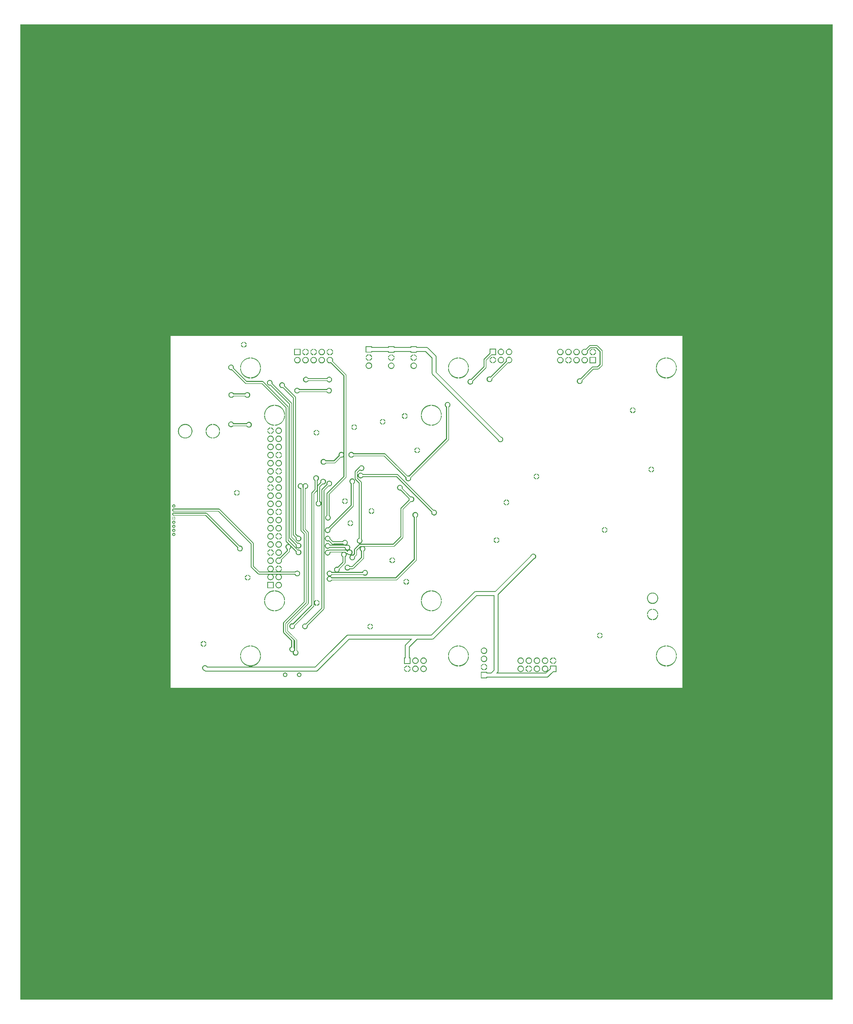
<source format=gbr>
%FSDAX33Y33*%
%MOMM*%
%SFA1B1*%

%IPPOS*%
%AMD1002*
%
%ADD63C,0.399999*%
%ADD64C,1.000001*%
%ADD67C,0.381000*%
%ADD68C,1.500000*%
%ADD69R,1.500000X1.500000*%
%ADD70C,6.000001*%
%ADD71C,4.000000*%
%ADD72C,0.499999*%
%ADD73C,2.999999*%
%ADD74C,0.900001*%
%ADD75C,1.270000*%
%LNfilm_bot-1*%
%LPD*%
G36*
X253999Y304799D02*
X000000D01*
Y000000*
X253999*
Y304799*
G37*
%LNfilm_bot-2*%
%LPC*%
G36*
X047000Y097412D02*
X206981D01*
Y207392*
X047000Y207392*
X047000Y097412*
G37*
%LNfilm_bot-3*%
%LPD*%
G36*
X103791Y162895D02*
X104022Y162864D01*
X104237Y162775*
X104422Y162633*
X104564Y162448*
X104653Y162233*
X104683Y162002*
X104653Y161771*
X104564Y161556*
X104422Y161371*
X104250Y161238*
Y154402*
X104215Y154226*
X104115Y154077*
X096955Y146917*
X096983Y146702*
X096953Y146471*
X096864Y146256*
X096722Y146071*
X096537Y145929*
X096322Y145840*
X096091Y145809*
X095860Y145840*
X095644Y145929*
X095460Y146071*
X095318Y146256*
X095228Y146471*
X095198Y146702*
X095228Y146933*
X095318Y147148*
X095460Y147333*
X095644Y147475*
X095860Y147564*
X096091Y147595*
X096306Y147566*
X103332Y154592*
Y161238*
X103159Y161371*
X103018Y161556*
X102928Y161771*
X102898Y162002*
X102928Y162233*
X103018Y162448*
X103159Y162633*
X103344Y162775*
X103560Y162864*
X103791Y162895*
G37*
G36*
X080654Y145808D02*
Y144939D01*
X079785*
X079803Y145074*
X079904Y145318*
X080065Y145528*
X080274Y145689*
X080519Y145790*
X080654Y145808*
G37*
G36*
X181811Y146675D02*
X182564D01*
Y145922*
X182459Y145936*
X182242Y146025*
X182057Y146168*
X181914Y146354*
X181825Y146570*
X181811Y146675*
G37*
G36*
X182818D02*
X183571D01*
X183557Y146570*
X183467Y146354*
X183325Y146168*
X183139Y146025*
X182923Y145936*
X182818Y145922*
Y146675*
G37*
G36*
X080908Y145808D02*
X081043Y145790D01*
X081287Y145689*
X081497Y145528*
X081658Y145318*
X081759Y145074*
X081777Y144939*
X080908*
Y145808*
G37*
G36*
Y144685D02*
X081777D01*
X081759Y144550*
X081658Y144306*
X081497Y144096*
X081287Y143935*
X081043Y143834*
X080908Y143816*
Y144685*
G37*
G36*
X078241Y145821D02*
X078502Y145786D01*
X078745Y145685*
X078954Y145525*
X079114Y145316*
X079215Y145073*
X079249Y144812*
X079215Y144551*
X079114Y144308*
X078954Y144099*
X078745Y143938*
X078502Y143838*
X078241Y143803*
X077980Y143838*
X077736Y143938*
X077527Y144099*
X077367Y144308*
X077266Y144551*
X077232Y144812*
X077266Y145073*
X077367Y145316*
X077527Y145525*
X077736Y145685*
X077980Y145786*
X078241Y145821*
G37*
G36*
X047991Y145912D02*
X048186Y145873D01*
X048351Y145762*
X048462Y145597*
X048500Y145402*
X048462Y145207*
X048351Y145041*
X048186Y144931*
X047991Y144892*
X047796Y144931*
X047630Y145041*
X047520Y145207*
X047481Y145402*
X047520Y145597*
X047630Y145762*
X047796Y145873*
X047991Y145912*
G37*
G36*
X079785Y144685D02*
X080654D01*
Y143816*
X080519Y143834*
X080274Y143935*
X080065Y144096*
X079904Y144306*
X079803Y144550*
X079785Y144685*
G37*
G36*
X047991Y147182D02*
X048186Y147143D01*
X048351Y147032*
X048462Y146867*
X048500Y146672*
X048462Y146477*
X048351Y146311*
X048186Y146201*
X047991Y146162*
X047796Y146201*
X047630Y146311*
X047520Y146477*
X047481Y146672*
X047520Y146867*
X047630Y147032*
X047796Y147143*
X047991Y147182*
G37*
G36*
X102311Y148775D02*
X103064D01*
Y148022*
X102959Y148036*
X102742Y148125*
X102557Y148268*
X102414Y148454*
X102325Y148670*
X102311Y148775*
G37*
G36*
X103318D02*
X104071D01*
X104057Y148670*
X103967Y148454*
X103825Y148268*
X103639Y148125*
X103423Y148036*
X103318Y148022*
Y148775*
G37*
G36*
X080781Y150901D02*
X081042Y150866D01*
X081285Y150765*
X081494Y150605*
X081654Y150396*
X081755Y150153*
X081789Y149892*
X081755Y149631*
X081654Y149388*
X081494Y149179*
X081285Y149018*
X081042Y148918*
X080781Y148883*
X080520Y148918*
X080276Y149018*
X080067Y149179*
X079907Y149388*
X079806Y149631*
X079772Y149892*
X079806Y150153*
X079907Y150396*
X080067Y150605*
X080276Y150765*
X080520Y150866*
X080781Y150901*
G37*
G36*
X047991Y149722D02*
X048186Y149683D01*
X048351Y149572*
X048462Y149407*
X048500Y149212*
X048462Y149017*
X048351Y148851*
X048186Y148741*
X047991Y148702*
X047796Y148741*
X047630Y148851*
X047520Y149017*
X047481Y149212*
X047520Y149407*
X047630Y149572*
X047796Y149683*
X047991Y149722*
G37*
G36*
Y148452D02*
X048186Y148413D01*
X048351Y148302*
X048462Y148137*
X048500Y147942*
X048462Y147747*
X048351Y147581*
X048186Y147471*
X047991Y147432*
X047796Y147471*
X047630Y147581*
X047520Y147747*
X047481Y147942*
X047520Y148137*
X047630Y148302*
X047796Y148413*
X047991Y148452*
G37*
G36*
X078241Y148361D02*
X078502Y148326D01*
X078745Y148225*
X078954Y148065*
X079114Y147856*
X079215Y147613*
X079249Y147352*
X079215Y147091*
X079114Y146848*
X078954Y146639*
X078745Y146478*
X078502Y146378*
X078241Y146343*
X077980Y146378*
X077736Y146478*
X077527Y146639*
X077367Y146848*
X077266Y147091*
X077232Y147352*
X077266Y147613*
X077367Y147856*
X077527Y148065*
X077736Y148225*
X077980Y148326*
X078241Y148361*
G37*
G36*
X080781D02*
X081042Y148326D01*
X081285Y148225*
X081494Y148065*
X081654Y147856*
X081755Y147613*
X081789Y147352*
X081755Y147091*
X081654Y146848*
X081494Y146639*
X081285Y146478*
X081042Y146378*
X080781Y146343*
X080520Y146378*
X080276Y146478*
X080067Y146639*
X079907Y146848*
X079806Y147091*
X079772Y147352*
X079806Y147613*
X079907Y147856*
X080067Y148065*
X080276Y148225*
X080520Y148326*
X080781Y148361*
G37*
G36*
X182564Y147682D02*
Y146929D01*
X181811*
X181825Y147034*
X181914Y147250*
X182057Y147436*
X182242Y147578*
X182459Y147668*
X182564Y147682*
G37*
G36*
X182818D02*
X182923Y147668D01*
X183139Y147578*
X183325Y147436*
X183467Y147250*
X183557Y147034*
X183571Y146929*
X182818*
Y147682*
G37*
G36*
X116418Y138182D02*
X116523Y138168D01*
X116739Y138078*
X116925Y137936*
X117067Y137750*
X117157Y137534*
X117171Y137429*
X116418*
Y138182*
G37*
G36*
X115411Y137175D02*
X116164D01*
Y136422*
X116059Y136436*
X115842Y136525*
X115657Y136668*
X115514Y136854*
X115425Y137070*
X115411Y137175*
G37*
G36*
X080781Y140741D02*
X081042Y140706D01*
X081285Y140605*
X081494Y140445*
X081654Y140236*
X081755Y139993*
X081789Y139732*
X081755Y139471*
X081654Y139228*
X081494Y139019*
X081285Y138858*
X081042Y138758*
X080781Y138723*
X080520Y138758*
X080276Y138858*
X080067Y139019*
X079907Y139228*
X079806Y139471*
X079772Y139732*
X079806Y139993*
X079907Y140236*
X080067Y140445*
X080276Y140605*
X080520Y140706*
X080781Y140741*
G37*
G36*
X116164Y138182D02*
Y137429D01*
X115411*
X115425Y137534*
X115514Y137750*
X115657Y137936*
X115842Y138078*
X116059Y138168*
X116164Y138182*
G37*
G36*
X116418Y137175D02*
X117171D01*
X117157Y137070*
X117067Y136854*
X116925Y136668*
X116739Y136525*
X116523Y136436*
X116418Y136422*
Y137175*
G37*
G36*
X080908Y135648D02*
X081043Y135630D01*
X081287Y135529*
X081497Y135368*
X081658Y135158*
X081759Y134914*
X081777Y134779*
X080908*
Y135648*
G37*
G36*
X070964Y132782D02*
Y132029D01*
X070211*
X070225Y132134*
X070314Y132350*
X070457Y132536*
X070642Y132678*
X070859Y132768*
X070964Y132782*
G37*
G36*
X078241Y138201D02*
X078502Y138166D01*
X078745Y138065*
X078954Y137905*
X079114Y137696*
X079215Y137453*
X079249Y137192*
X079215Y136931*
X079114Y136688*
X078954Y136479*
X078745Y136318*
X078502Y136218*
X078241Y136183*
X077980Y136218*
X077736Y136318*
X077527Y136479*
X077367Y136688*
X077266Y136931*
X077232Y137192*
X077266Y137453*
X077367Y137696*
X077527Y137905*
X077736Y138065*
X077980Y138166*
X078241Y138201*
G37*
G36*
X080654Y135648D02*
Y134779D01*
X079785*
X079803Y134914*
X079904Y135158*
X080065Y135368*
X080274Y135529*
X080519Y135630*
X080654Y135648*
G37*
G36*
X078368Y139605D02*
X079237D01*
X079219Y139470*
X079118Y139226*
X078957Y139016*
X078747Y138855*
X078503Y138754*
X078368Y138736*
Y139605*
G37*
G36*
X148011Y143475D02*
X148764D01*
Y142722*
X148659Y142736*
X148442Y142825*
X148257Y142968*
X148114Y143154*
X148025Y143370*
X148011Y143475*
G37*
G36*
X149018D02*
X149771D01*
X149757Y143370*
X149667Y143154*
X149525Y142968*
X149339Y142825*
X149123Y142736*
X149018Y142722*
Y143475*
G37*
G36*
X148764Y144482D02*
Y143729D01*
X148011*
X148025Y143834*
X148114Y144050*
X148257Y144236*
X148442Y144378*
X148659Y144468*
X148764Y144482*
G37*
G36*
X149018D02*
X149123Y144468D01*
X149339Y144378*
X149525Y144236*
X149667Y144050*
X149757Y143834*
X149771Y143729*
X149018*
Y144482*
G37*
G36*
X078241Y143281D02*
X078502Y143246D01*
X078745Y143145*
X078954Y142985*
X079114Y142776*
X079215Y142533*
X079249Y142272*
X079215Y142011*
X079114Y141768*
X078954Y141559*
X078745Y141398*
X078502Y141298*
X078241Y141263*
X077980Y141298*
X077736Y141398*
X077527Y141559*
X077367Y141768*
X077266Y142011*
X077232Y142272*
X077266Y142533*
X077367Y142776*
X077527Y142985*
X077736Y143145*
X077980Y143246*
X078241Y143281*
G37*
G36*
X078368Y140728D02*
X078503Y140710D01*
X078747Y140609*
X078957Y140448*
X079118Y140238*
X079219Y139994*
X079237Y139859*
X078368*
Y140728*
G37*
G36*
X077245Y139605D02*
X078114D01*
Y138736*
X077979Y138754*
X077734Y138855*
X077525Y139016*
X077364Y139226*
X077263Y139470*
X077245Y139605*
G37*
G36*
X080781Y143281D02*
X081042Y143246D01*
X081285Y143145*
X081494Y142985*
X081654Y142776*
X081755Y142533*
X081789Y142272*
X081755Y142011*
X081654Y141768*
X081494Y141559*
X081285Y141398*
X081042Y141298*
X080781Y141263*
X080520Y141298*
X080276Y141398*
X080067Y141559*
X079907Y141768*
X079806Y142011*
X079772Y142272*
X079806Y142533*
X079907Y142776*
X080067Y142985*
X080276Y143145*
X080520Y143246*
X080781Y143281*
G37*
G36*
X078114Y140728D02*
Y139859D01*
X077245*
X077263Y139994*
X077364Y140238*
X077525Y140448*
X077734Y140609*
X077979Y140710*
X078114Y140728*
G37*
G36*
X078241Y150901D02*
X078502Y150866D01*
X078745Y150765*
X078954Y150605*
X079114Y150396*
X079215Y150153*
X079249Y149892*
X079215Y149631*
X079114Y149388*
X078954Y149179*
X078745Y149018*
X078502Y148918*
X078241Y148883*
X077980Y148918*
X077736Y149018*
X077527Y149179*
X077367Y149388*
X077266Y149631*
X077232Y149892*
X077266Y150153*
X077367Y150396*
X077527Y150605*
X077736Y150765*
X077980Y150866*
X078241Y150901*
G37*
G36*
X151864Y156282D02*
Y155529D01*
X151111*
X151125Y155634*
X151214Y155850*
X151357Y156036*
X151542Y156178*
X151759Y156268*
X151864Y156282*
G37*
G36*
X152118D02*
X152223Y156268D01*
X152439Y156178*
X152625Y156036*
X152767Y155850*
X152857Y155634*
X152871Y155529*
X152118*
Y156282*
G37*
G36*
X101364Y156682D02*
Y155929D01*
X100611*
X100625Y156034*
X100714Y156250*
X100857Y156436*
X101042Y156578*
X101259Y156668*
X101364Y156682*
G37*
G36*
X101618D02*
X101723Y156668D01*
X101939Y156578*
X102125Y156436*
X102267Y156250*
X102357Y156034*
X102371Y155929*
X101618*
Y156682*
G37*
G36*
X100611Y155675D02*
X101364D01*
Y154922*
X101259Y154936*
X101042Y155025*
X100857Y155168*
X100714Y155354*
X100625Y155570*
X100611Y155675*
G37*
G36*
X152118Y155275D02*
X152871D01*
X152857Y155170*
X152767Y154954*
X152625Y154768*
X152439Y154625*
X152223Y154536*
X152118Y154522*
Y155275*
G37*
G36*
X078241Y155981D02*
X078502Y155946D01*
X078745Y155845*
X078954Y155685*
X079114Y155476*
X079215Y155233*
X079249Y154972*
X079215Y154711*
X079114Y154468*
X078954Y154259*
X078745Y154098*
X078502Y153998*
X078241Y153963*
X077980Y153998*
X077736Y154098*
X077527Y154259*
X077367Y154468*
X077266Y154711*
X077232Y154972*
X077266Y155233*
X077367Y155476*
X077527Y155685*
X077736Y155845*
X077980Y155946*
X078241Y155981*
G37*
G36*
X101618Y155675D02*
X102371D01*
X102357Y155570*
X102267Y155354*
X102125Y155168*
X101939Y155025*
X101723Y154936*
X101618Y154922*
Y155675*
G37*
G36*
X151111Y155275D02*
X151864D01*
Y154522*
X151759Y154536*
X151542Y154625*
X151357Y154768*
X151214Y154954*
X151125Y155170*
X151111Y155275*
G37*
G36*
X080781Y158521D02*
X081042Y158486D01*
X081285Y158385*
X081494Y158225*
X081654Y158016*
X081755Y157773*
X081789Y157512*
X081755Y157251*
X081654Y157008*
X081494Y156799*
X081285Y156638*
X081042Y156538*
X080781Y156503*
X080520Y156538*
X080276Y156638*
X080067Y156799*
X079907Y157008*
X079806Y157251*
X079772Y157512*
X079806Y157773*
X079907Y158016*
X080067Y158225*
X080276Y158385*
X080520Y158486*
X080781Y158521*
G37*
G36*
X078368Y159925D02*
X079237D01*
X079219Y159790*
X079118Y159546*
X078957Y159336*
X078747Y159175*
X078503Y159074*
X078368Y159056*
Y159925*
G37*
G36*
X080781Y161061D02*
X081042Y161026D01*
X081285Y160925*
X081494Y160765*
X081654Y160556*
X081755Y160313*
X081789Y160052*
X081755Y159791*
X081654Y159548*
X081494Y159339*
X081285Y159178*
X081042Y159078*
X080781Y159043*
X080520Y159078*
X080276Y159178*
X080067Y159339*
X079907Y159548*
X079806Y159791*
X079772Y160052*
X079806Y160313*
X079907Y160556*
X080067Y160765*
X080276Y160925*
X080520Y161026*
X080781Y161061*
G37*
G36*
X078368Y161048D02*
X078503Y161030D01*
X078747Y160929*
X078957Y160768*
X079118Y160558*
X079219Y160314*
X079237Y160179*
X078368*
Y161048*
G37*
G36*
X077245Y159925D02*
X078114D01*
Y159056*
X077979Y159074*
X077734Y159175*
X077525Y159336*
X077364Y159546*
X077263Y159790*
X077245Y159925*
G37*
G36*
X067564Y159282D02*
Y158529D01*
X066811*
X066825Y158634*
X066914Y158850*
X067057Y159036*
X067242Y159178*
X067459Y159268*
X067564Y159282*
G37*
G36*
X067818Y158275D02*
X068571D01*
X068557Y158170*
X068467Y157954*
X068325Y157768*
X068139Y157625*
X067923Y157536*
X067818Y157522*
Y158275*
G37*
G36*
X078241Y158521D02*
X078502Y158486D01*
X078745Y158385*
X078954Y158225*
X079114Y158016*
X079215Y157773*
X079249Y157512*
X079215Y157251*
X079114Y157008*
X078954Y156799*
X078745Y156638*
X078502Y156538*
X078241Y156503*
X077980Y156538*
X077736Y156638*
X077527Y156799*
X077367Y157008*
X077266Y157251*
X077232Y157512*
X077266Y157773*
X077367Y158016*
X077527Y158225*
X077736Y158385*
X077980Y158486*
X078241Y158521*
G37*
G36*
X067818Y159282D02*
X067923Y159268D01*
X068139Y159178*
X068325Y159036*
X068467Y158850*
X068557Y158634*
X068571Y158529*
X067818*
Y159282*
G37*
G36*
X066811Y158275D02*
X067564D01*
Y157522*
X067459Y157536*
X067242Y157625*
X067057Y157768*
X066914Y157954*
X066825Y158170*
X066811Y158275*
G37*
G36*
X047991Y152262D02*
X048186Y152223D01*
X048204Y152211*
X058041*
X058216Y152176*
X058365Y152076*
X068564Y141878*
X068691Y141895*
X068922Y141864*
X069137Y141775*
X069322Y141633*
X069464Y141448*
X069553Y141233*
X069583Y141002*
X069553Y140771*
X069464Y140556*
X069322Y140371*
X069137Y140229*
X068922Y140140*
X068691Y140109*
X068460Y140140*
X068244Y140229*
X068059Y140371*
X067918Y140556*
X067828Y140771*
X067798Y141002*
X067828Y141233*
X067853Y141291*
X057851Y151293*
X048204*
X048186Y151281*
X047991Y151242*
X047796Y151281*
X047630Y151391*
X047520Y151557*
X047481Y151752*
X047520Y151947*
X047630Y152112*
X047796Y152223*
X047991Y152262*
G37*
G36*
X047864Y150970D02*
Y150609D01*
X047502*
X047516Y150679*
X047627Y150845*
X047794Y150957*
X047864Y150970*
G37*
G36*
X080908Y152305D02*
X081777D01*
X081759Y152170*
X081658Y151926*
X081497Y151716*
X081287Y151555*
X081043Y151454*
X080908Y151436*
Y152305*
G37*
G36*
X078241Y153441D02*
X078502Y153406D01*
X078745Y153305*
X078954Y153145*
X079114Y152936*
X079215Y152693*
X079249Y152432*
X079215Y152171*
X079114Y151928*
X078954Y151719*
X078745Y151558*
X078502Y151458*
X078241Y151423*
X077980Y151458*
X077736Y151558*
X077527Y151719*
X077367Y151928*
X077266Y152171*
X077232Y152432*
X077266Y152693*
X077367Y152936*
X077527Y153145*
X077736Y153305*
X077980Y153406*
X078241Y153441*
G37*
G36*
X048118Y150970D02*
X048187Y150957D01*
X048354Y150845*
X048465Y150679*
X048479Y150609*
X048118*
Y150970*
G37*
G36*
X103064Y149782D02*
Y149029D01*
X102311*
X102325Y149134*
X102414Y149350*
X102557Y149536*
X102742Y149678*
X102959Y149768*
X103064Y149782*
G37*
G36*
X103318D02*
X103423Y149768D01*
X103639Y149678*
X103825Y149536*
X103967Y149350*
X104057Y149134*
X104071Y149029*
X103318*
Y149782*
G37*
G36*
X047502Y150355D02*
X047864D01*
Y149993*
X047794Y150007*
X047627Y150119*
X047516Y150285*
X047502Y150355*
G37*
G36*
X048118D02*
X048479D01*
X048465Y150285*
X048354Y150119*
X048187Y150007*
X048118Y149993*
Y150355*
G37*
G36*
X079785Y152305D02*
X080654D01*
Y151436*
X080519Y151454*
X080274Y151555*
X080065Y151716*
X079904Y151926*
X079803Y152170*
X079785Y152305*
G37*
G36*
X109664Y153582D02*
Y152829D01*
X108911*
X108925Y152934*
X109014Y153150*
X109157Y153336*
X109342Y153478*
X109559Y153568*
X109664Y153582*
G37*
G36*
X109918D02*
X110023Y153568D01*
X110239Y153478*
X110425Y153336*
X110567Y153150*
X110657Y152934*
X110671Y152829*
X109918*
Y153582*
G37*
G36*
X080781Y155981D02*
X081042Y155946D01*
X081285Y155845*
X081494Y155685*
X081654Y155476*
X081755Y155233*
X081789Y154972*
X081755Y154711*
X081654Y154468*
X081494Y154259*
X081285Y154098*
X081042Y153998*
X080781Y153963*
X080520Y153998*
X080276Y154098*
X080067Y154259*
X079907Y154468*
X079806Y154711*
X079772Y154972*
X079806Y155233*
X079907Y155476*
X080067Y155685*
X080276Y155845*
X080520Y155946*
X080781Y155981*
G37*
G36*
X047991Y154802D02*
X048186Y154763D01*
X048351Y154652*
X048462Y154487*
X048500Y154292*
X048462Y154097*
X048351Y153931*
X048186Y153821*
X047991Y153782*
X047796Y153821*
X047630Y153931*
X047520Y154097*
X047481Y154292*
X047520Y154487*
X047630Y154652*
X047796Y154763*
X047991Y154802*
G37*
G36*
X080654Y153428D02*
Y152559D01*
X079785*
X079803Y152694*
X079904Y152938*
X080065Y153148*
X080274Y153309*
X080519Y153410*
X080654Y153428*
G37*
G36*
X108911Y152575D02*
X109664D01*
Y151822*
X109559Y151836*
X109342Y151925*
X109157Y152068*
X109014Y152254*
X108925Y152470*
X108911Y152575*
G37*
G36*
X109918D02*
X110671D01*
X110657Y152470*
X110567Y152254*
X110425Y152068*
X110239Y151925*
X110023Y151836*
X109918Y151822*
Y152575*
G37*
G36*
X080908Y153428D02*
X081043Y153410D01*
X081287Y153309*
X081497Y153148*
X081658Y152938*
X081759Y152694*
X081777Y152559*
X080908*
Y153428*
G37*
G36*
X047991Y153532D02*
X048186Y153493D01*
X048204Y153481*
X062071*
X062246Y153446*
X062395Y153346*
X072815Y142926*
X072915Y142777*
X072949Y142602*
Y135592*
X074771Y133771*
X077538*
X077581Y133898*
X077527Y133939*
X077367Y134148*
X077266Y134391*
X077232Y134652*
X077266Y134913*
X077367Y135156*
X077527Y135365*
X077736Y135525*
X077980Y135626*
X078241Y135661*
X078502Y135626*
X078745Y135525*
X078954Y135365*
X079114Y135156*
X079215Y134913*
X079249Y134652*
X079215Y134391*
X079114Y134148*
X078954Y133939*
X078900Y133898*
X078944Y133771*
X080071*
X080114Y133898*
X080065Y133936*
X079904Y134146*
X079803Y134390*
X079785Y134525*
X080781*
X081777*
X081759Y134390*
X081658Y134146*
X081497Y133936*
X081447Y133898*
X081490Y133771*
X085912*
X085960Y133833*
X086144Y133975*
X086360Y134064*
X086591Y134095*
X086822Y134064*
X087037Y133975*
X087222Y133833*
X087364Y133648*
X087453Y133433*
X087483Y133202*
X087453Y132971*
X087364Y132756*
X087222Y132571*
X087037Y132429*
X086822Y132340*
X086591Y132309*
X086360Y132340*
X086144Y132429*
X085960Y132571*
X085818Y132756*
X085777Y132853*
X081633*
X081570Y132726*
X081654Y132616*
X081755Y132373*
X081789Y132112*
X081755Y131851*
X081654Y131608*
X081494Y131399*
X081285Y131238*
X081042Y131138*
X080781Y131103*
X080520Y131138*
X080276Y131238*
X080067Y131399*
X079907Y131608*
X079806Y131851*
X079772Y132112*
X079806Y132373*
X079907Y132616*
X079991Y132726*
X079929Y132853*
X079093*
X079030Y132726*
X079114Y132616*
X079215Y132373*
X079249Y132112*
X079215Y131851*
X079114Y131608*
X078954Y131399*
X078745Y131238*
X078502Y131138*
X078241Y131103*
X077980Y131138*
X077736Y131238*
X077527Y131399*
X077367Y131608*
X077266Y131851*
X077232Y132112*
X077266Y132373*
X077367Y132616*
X077451Y132726*
X077389Y132853*
X074581*
X074405Y132888*
X074256Y132987*
X072166Y135077*
X072067Y135226*
X072032Y135402*
Y142412*
X061881Y152563*
X048204*
X048186Y152551*
X047991Y152512*
X047796Y152551*
X047630Y152661*
X047520Y152827*
X047481Y153022*
X047520Y153217*
X047630Y153382*
X047796Y153493*
X047991Y153532*
G37*
G36*
X158991Y106951D02*
X159252Y106916D01*
X159495Y106815*
X159704Y106655*
X159864Y106446*
X159965Y106203*
X159999Y105942*
X159965Y105681*
X159864Y105438*
X159704Y105229*
X159495Y105068*
X159252Y104968*
X158991Y104933*
X158730Y104968*
X158486Y105068*
X158277Y105229*
X158117Y105438*
X158016Y105681*
X157982Y105942*
X158016Y106203*
X158117Y106446*
X158277Y106655*
X158486Y106815*
X158730Y106916*
X158991Y106951*
G37*
G36*
X161531D02*
X161792Y106916D01*
X162035Y106815*
X162244Y106655*
X162404Y106446*
X162505Y106203*
X162539Y105942*
X162505Y105681*
X162404Y105438*
X162244Y105229*
X162035Y105068*
X161792Y104968*
X161531Y104933*
X161270Y104968*
X161026Y105068*
X160817Y105229*
X160657Y105438*
X160556Y105681*
X160522Y105942*
X160556Y106203*
X160657Y106446*
X160817Y106655*
X161026Y106815*
X161270Y106916*
X161531Y106951*
G37*
G36*
X126071D02*
X126332Y106916D01*
X126575Y106815*
X126784Y106655*
X126944Y106446*
X127045Y106203*
X127079Y105942*
X127045Y105681*
X126944Y105438*
X126784Y105229*
X126575Y105068*
X126332Y104968*
X126071Y104933*
X125810Y104968*
X125566Y105068*
X125357Y105229*
X125197Y105438*
X125096Y105681*
X125062Y105942*
X125096Y106203*
X125197Y106446*
X125357Y106655*
X125566Y106815*
X125810Y106916*
X126071Y106951*
G37*
G36*
X156451D02*
X156712Y106916D01*
X156955Y106815*
X157164Y106655*
X157324Y106446*
X157425Y106203*
X157459Y105942*
X157425Y105681*
X157324Y105438*
X157164Y105229*
X156955Y105068*
X156712Y104968*
X156451Y104933*
X156190Y104968*
X155946Y105068*
X155737Y105229*
X155577Y105438*
X155476Y105681*
X155442Y105942*
X155476Y106203*
X155577Y106446*
X155737Y106655*
X155946Y106815*
X156190Y106916*
X156451Y106951*
G37*
G36*
X164071D02*
X164332Y106916D01*
X164575Y106815*
X164784Y106655*
X164944Y106446*
X165045Y106203*
X165079Y105942*
X165045Y105681*
X164944Y105438*
X164784Y105229*
X164575Y105068*
X164332Y104968*
X164071Y104933*
X163810Y104968*
X163566Y105068*
X163357Y105229*
X163197Y105438*
X163096Y105681*
X163062Y105942*
X163096Y106203*
X163197Y106446*
X163357Y106655*
X163566Y106815*
X163810Y106916*
X164071Y106951*
G37*
G36*
X198737Y107275D02*
X201864D01*
Y104148*
X201480Y104178*
X200982Y104298*
X200509Y104494*
X200072Y104761*
X199683Y105094*
X199350Y105483*
X199082Y105920*
X198886Y106393*
X198767Y106891*
X198737Y107275*
G37*
G36*
X202118D02*
X205245D01*
X205215Y106891*
X205095Y106393*
X204899Y105920*
X204631Y105483*
X204299Y105094*
X203909Y104761*
X203473Y104494*
X202999Y104298*
X202501Y104178*
X202118Y104148*
Y107275*
G37*
G36*
X133737D02*
X136864D01*
Y104148*
X136480Y104178*
X135982Y104298*
X135509Y104494*
X135072Y104761*
X134683Y105094*
X134350Y105483*
X134082Y105920*
X133886Y106393*
X133767Y106891*
X133737Y107275*
G37*
G36*
X137118D02*
X140245D01*
X140215Y106891*
X140095Y106393*
X139899Y105920*
X139631Y105483*
X139299Y105094*
X138909Y104761*
X138473Y104494*
X137999Y104298*
X137501Y104178*
X137118Y104148*
Y107275*
G37*
G36*
X123531Y106951D02*
X123792Y106916D01*
X124035Y106815*
X124244Y106655*
X124404Y106446*
X124505Y106203*
X124539Y105942*
X124505Y105681*
X124404Y105438*
X124244Y105229*
X124035Y105068*
X123792Y104968*
X123531Y104933*
X123270Y104968*
X123026Y105068*
X122817Y105229*
X122657Y105438*
X122556Y105681*
X122522Y105942*
X122556Y106203*
X122657Y106446*
X122817Y106655*
X123026Y106815*
X123270Y106916*
X123531Y106951*
G37*
G36*
X201864Y110656D02*
Y107529D01*
X198737*
X198767Y107912*
X198886Y108411*
X199082Y108884*
X199350Y109320*
X199683Y109710*
X200072Y110043*
X200509Y110310*
X200982Y110506*
X201480Y110626*
X201864Y110656*
G37*
G36*
X202118D02*
X202501Y110626D01*
X202999Y110506*
X203473Y110310*
X203909Y110043*
X204299Y109710*
X204631Y109320*
X204899Y108884*
X205095Y108411*
X205215Y107912*
X205245Y107529*
X202118*
Y110656*
G37*
G36*
X136864D02*
Y107529D01*
X133737*
X133767Y107912*
X133886Y108411*
X134082Y108884*
X134350Y109320*
X134683Y109710*
X135072Y110043*
X135509Y110310*
X135982Y110506*
X136480Y110626*
X136864Y110656*
G37*
G36*
X137118D02*
X137501Y110626D01*
X137999Y110506*
X138473Y110310*
X138909Y110043*
X139299Y109710*
X139631Y109320*
X139899Y108884*
X140095Y108411*
X140215Y107912*
X140245Y107529*
X137118*
Y110656*
G37*
G36*
X166484Y106938D02*
Y106069D01*
X165615*
X165633Y106204*
X165734Y106448*
X165895Y106658*
X166104Y106819*
X166349Y106920*
X166484Y106938*
G37*
G36*
X166738Y105815D02*
X167607D01*
X167589Y105680*
X167488Y105436*
X167327Y105226*
X167117Y105065*
X166873Y104964*
X166738Y104946*
Y105815*
G37*
G36*
X165615D02*
X166484D01*
Y104946*
X166349Y104964*
X166104Y105065*
X165895Y105226*
X165734Y105436*
X165633Y105680*
X165615Y105815*
G37*
G36*
X166738Y106938D02*
X166873Y106920D01*
X167117Y106819*
X167327Y106658*
X167488Y106448*
X167589Y106204*
X167607Y106069*
X166738*
Y106938*
G37*
G36*
X144991Y107511D02*
X145252Y107476D01*
X145495Y107375*
X145704Y107215*
X145864Y107006*
X145965Y106763*
X145999Y106502*
X145965Y106241*
X145864Y105998*
X145704Y105789*
X145495Y105628*
X145252Y105528*
X144991Y105493*
X144730Y105528*
X144486Y105628*
X144277Y105789*
X144117Y105998*
X144016Y106241*
X143982Y106502*
X144016Y106763*
X144117Y107006*
X144277Y107215*
X144486Y107375*
X144730Y107476*
X144991Y107511*
G37*
G36*
X121118Y103275D02*
X121987D01*
X121969Y103140*
X121868Y102896*
X121707Y102686*
X121497Y102525*
X121253Y102424*
X121118Y102406*
Y103275*
G37*
G36*
X123531Y104411D02*
X123792Y104376D01*
X124035Y104275*
X124244Y104115*
X124404Y103906*
X124505Y103663*
X124539Y103402*
X124505Y103141*
X124404Y102898*
X124244Y102689*
X124035Y102528*
X123792Y102428*
X123531Y102393*
X123270Y102428*
X123026Y102528*
X122817Y102689*
X122657Y102898*
X122556Y103141*
X122522Y103402*
X122556Y103663*
X122657Y103906*
X122817Y104115*
X123026Y104275*
X123270Y104376*
X123531Y104411*
G37*
G36*
X159118Y103275D02*
X159987D01*
X159969Y103140*
X159868Y102896*
X159707Y102686*
X159497Y102525*
X159253Y102424*
X159118Y102406*
Y103275*
G37*
G36*
X157995D02*
X158864D01*
Y102406*
X158729Y102424*
X158484Y102525*
X158275Y102686*
X158114Y102896*
X158013Y103140*
X157995Y103275*
G37*
G36*
X126071Y104411D02*
X126332Y104376D01*
X126575Y104275*
X126784Y104115*
X126944Y103906*
X127045Y103663*
X127079Y103402*
X127045Y103141*
X126944Y102898*
X126784Y102689*
X126575Y102528*
X126332Y102428*
X126071Y102393*
X125810Y102428*
X125566Y102528*
X125357Y102689*
X125197Y102898*
X125096Y103141*
X125062Y103402*
X125096Y103663*
X125197Y103906*
X125357Y104115*
X125566Y104275*
X125810Y104376*
X126071Y104411*
G37*
G36*
X082791Y102258D02*
X082973Y102234D01*
X083144Y102163*
X083290Y102051*
X083402Y101905*
X083473Y101735*
X083497Y101552*
X083473Y101369*
X083402Y101199*
X083290Y101053*
X083144Y100940*
X082973Y100870*
X082791Y100846*
X082608Y100870*
X082438Y100940*
X082291Y101053*
X082179Y101199*
X082109Y101369*
X082085Y101552*
X082109Y101735*
X082179Y101905*
X082291Y102051*
X082438Y102163*
X082608Y102234*
X082791Y102258*
G37*
G36*
X087191D02*
X087373Y102234D01*
X087544Y102163*
X087690Y102051*
X087802Y101905*
X087873Y101735*
X087897Y101552*
X087873Y101369*
X087802Y101199*
X087690Y101053*
X087544Y100940*
X087373Y100870*
X087191Y100846*
X087008Y100870*
X086838Y100940*
X086691Y101053*
X086579Y101199*
X086509Y101369*
X086485Y101552*
X086509Y101735*
X086579Y101905*
X086691Y102051*
X086838Y102163*
X087008Y102234*
X087191Y102258*
G37*
G36*
X156451Y104411D02*
X156712Y104376D01*
X156955Y104275*
X157164Y104115*
X157324Y103906*
X157425Y103663*
X157459Y103402*
X157425Y103141*
X157324Y102898*
X157164Y102689*
X156955Y102528*
X156712Y102428*
X156451Y102393*
X156190Y102428*
X155946Y102528*
X155737Y102689*
X155577Y102898*
X155476Y103141*
X155442Y103402*
X155476Y103663*
X155577Y103906*
X155737Y104115*
X155946Y104275*
X156190Y104376*
X156451Y104411*
G37*
G36*
X161531D02*
X161792Y104376D01*
X162035Y104275*
X162244Y104115*
X162404Y103906*
X162505Y103663*
X162539Y103402*
X162505Y103141*
X162404Y102898*
X162244Y102689*
X162035Y102528*
X161792Y102428*
X161531Y102393*
X161270Y102428*
X161026Y102528*
X160817Y102689*
X160657Y102898*
X160556Y103141*
X160522Y103402*
X160556Y103663*
X160657Y103906*
X160817Y104115*
X161026Y104275*
X161270Y104376*
X161531Y104411*
G37*
G36*
X119995Y103275D02*
X120864D01*
Y102406*
X120729Y102424*
X120484Y102525*
X120275Y102686*
X120114Y102896*
X120013Y103140*
X119995Y103275*
G37*
G36*
X158864Y104398D02*
Y103529D01*
X157995*
X158013Y103664*
X158114Y103908*
X158275Y104118*
X158484Y104279*
X158729Y104380*
X158864Y104398*
G37*
G36*
X120864D02*
Y103529D01*
X119995*
X120013Y103664*
X120114Y103908*
X120275Y104118*
X120484Y104279*
X120729Y104380*
X120864Y104398*
G37*
G36*
X144864Y104958D02*
Y104089D01*
X143995*
X144013Y104224*
X144114Y104468*
X144275Y104678*
X144484Y104839*
X144729Y104940*
X144864Y104958*
G37*
G36*
X145118D02*
X145253Y104940D01*
X145497Y104839*
X145707Y104678*
X145868Y104468*
X145969Y104224*
X145987Y104089*
X145118*
Y104958*
G37*
G36*
X121118Y104398D02*
X121253Y104380D01*
X121497Y104279*
X121707Y104118*
X121868Y103908*
X121969Y103664*
X121987Y103529*
X121118*
Y104398*
G37*
G36*
X143995Y103835D02*
X144864D01*
Y102966*
X144729Y102984*
X144484Y103085*
X144275Y103246*
X144114Y103456*
X144013Y103700*
X143995Y103835*
G37*
G36*
X160391Y139395D02*
X160622Y139364D01*
X160837Y139275*
X161022Y139133*
X161164Y138948*
X161253Y138733*
X161283Y138502*
X161253Y138271*
X161164Y138056*
X161022Y137871*
X160837Y137729*
X160622Y137640*
X160595Y137636*
X149547Y126589*
Y102702*
X149521Y102506*
X149446Y102324*
X149422Y102292*
X149478Y102178*
X164317*
X164498Y102359*
X164426Y102467*
X164332Y102428*
X164071Y102393*
X163810Y102428*
X163566Y102528*
X163357Y102689*
X163197Y102898*
X163096Y103141*
X163062Y103402*
X163096Y103663*
X163197Y103906*
X163357Y104115*
X163566Y104275*
X163810Y104376*
X164071Y104411*
X164332Y104376*
X164575Y104275*
X164784Y104115*
X164944Y103906*
X165045Y103663*
X165079Y103402*
X165045Y103141*
X165006Y103046*
X165114Y102975*
X165611Y103472*
Y104402*
X167611*
Y102402*
X166680*
X165166Y100887*
X165166Y100887*
X165009Y100767*
X164826Y100691*
X164631Y100665*
X164631*
X147511*
X147511*
X147511*
X145991*
Y100422*
X143991*
Y102422*
X145991*
Y102178*
X147197*
X148034Y103015*
Y126145*
X142704*
X129326Y112767*
X129169Y112647*
X128986Y112571*
X128791Y112545*
X128791*
X124104*
X121747Y110189*
Y106942*
X121991*
Y104942*
X119991*
Y106942*
X120234*
Y110502*
X120260Y110698*
X120336Y110880*
X120456Y111037*
X120456*
X121847Y112428*
X121798Y112545*
X102804*
X093026Y102767*
X092869Y102647*
X092686Y102571*
X092491Y102545*
X058091*
X057895Y102571*
X057712Y102647*
X057556Y102767*
X057537Y102786*
X057510Y102790*
X057294Y102879*
X057109Y103021*
X056968Y103206*
X056878Y103421*
X056848Y103652*
X056878Y103883*
X056968Y104098*
X057109Y104283*
X057294Y104425*
X057510Y104514*
X057741Y104545*
X057972Y104514*
X058187Y104425*
X058372Y104283*
X058514Y104098*
X058530Y104058*
X071434*
X071449Y104185*
X070982Y104298*
X070509Y104494*
X070072Y104761*
X069683Y105094*
X069350Y105483*
X069082Y105920*
X068886Y106393*
X068767Y106891*
X068737Y107275*
X075245*
X075215Y106891*
X075095Y106393*
X074899Y105920*
X074631Y105483*
X074299Y105094*
X073909Y104761*
X073473Y104494*
X072999Y104298*
X072532Y104185*
X072547Y104058*
X092177*
X101956Y113837*
X102112Y113957*
X102295Y114033*
X102491Y114058*
X128477*
X141856Y127437*
X142012Y127557*
X142195Y127633*
X142391Y127658*
X148477*
X159525Y138706*
X159528Y138733*
X159618Y138948*
X159760Y139133*
X159944Y139275*
X160160Y139364*
X160391Y139395*
G37*
G36*
X159118Y104398D02*
X159253Y104380D01*
X159497Y104279*
X159707Y104118*
X159868Y103908*
X159969Y103664*
X159987Y103529*
X159118*
Y104398*
G37*
G36*
X145118Y103835D02*
X145987D01*
X145969Y103700*
X145868Y103456*
X145707Y103246*
X145497Y103085*
X145253Y102984*
X145118Y102966*
Y103835*
G37*
G36*
X072118Y110656D02*
X072501Y110626D01*
X072999Y110506*
X073473Y110310*
X073909Y110043*
X074299Y109710*
X074631Y109320*
X074899Y108884*
X075095Y108411*
X075215Y107912*
X075245Y107529*
X072118*
Y110656*
G37*
G36*
X128618Y127906D02*
X129001Y127876D01*
X129499Y127756*
X129973Y127560*
X130409Y127293*
X130799Y126960*
X131131Y126570*
X131399Y126134*
X131595Y125661*
X131715Y125162*
X131745Y124779*
X128618*
Y127906*
G37*
G36*
X092818Y124882D02*
X092923Y124868D01*
X093139Y124778*
X093325Y124636*
X093467Y124450*
X093557Y124234*
X093571Y124129*
X092818*
Y124882*
G37*
G36*
X079618Y127906D02*
X080001Y127876D01*
X080499Y127756*
X080973Y127560*
X081409Y127293*
X081799Y126960*
X082131Y126570*
X082399Y126134*
X082595Y125661*
X082715Y125162*
X082745Y124779*
X079618*
Y127906*
G37*
G36*
X128364D02*
Y124779D01*
X125237*
X125267Y125162*
X125386Y125661*
X125582Y126134*
X125850Y126570*
X126183Y126960*
X126572Y127293*
X127009Y127560*
X127482Y127756*
X127980Y127876*
X128364Y127906*
G37*
G36*
X197691Y127200D02*
X198034Y127167D01*
X198364Y127067*
X198668Y126904*
X198934Y126685*
X199153Y126419*
X199315Y126115*
X199415Y125785*
X199449Y125442*
X199415Y125099*
X199315Y124769*
X199153Y124465*
X198934Y124198*
X198668Y123980*
X198364Y123817*
X198034Y123717*
X197691Y123683*
X197348Y123717*
X197018Y123817*
X196714Y123980*
X196447Y124198*
X196229Y124465*
X196066Y124769*
X195966Y125099*
X195932Y125442*
X195966Y125785*
X196066Y126115*
X196229Y126419*
X196447Y126685*
X196714Y126904*
X197018Y127067*
X197348Y127167*
X197691Y127200*
G37*
G36*
X079618Y124525D02*
X082745D01*
X082715Y124141*
X082595Y123643*
X082399Y123170*
X082131Y122733*
X081799Y122344*
X081409Y122011*
X080973Y121744*
X080499Y121548*
X080001Y121428*
X079618Y121398*
Y124525*
G37*
G36*
X125237D02*
X128364D01*
Y121398*
X127980Y121428*
X127482Y121548*
X127009Y121744*
X126572Y122011*
X126183Y122344*
X125850Y122733*
X125582Y123170*
X125386Y123643*
X125267Y124141*
X125237Y124525*
G37*
G36*
X092818Y123875D02*
X093571D01*
X093557Y123770*
X093467Y123554*
X093325Y123368*
X093139Y123225*
X092923Y123136*
X092818Y123122*
Y123875*
G37*
G36*
X076237Y124525D02*
X079364D01*
Y121398*
X078980Y121428*
X078482Y121548*
X078009Y121744*
X077572Y122011*
X077183Y122344*
X076850Y122733*
X076582Y123170*
X076386Y123643*
X076267Y124141*
X076237Y124525*
G37*
G36*
X079364Y127906D02*
Y124779D01*
X076237*
X076267Y125162*
X076386Y125661*
X076582Y126134*
X076850Y126570*
X077183Y126960*
X077572Y127293*
X078009Y127560*
X078482Y127756*
X078980Y127876*
X079364Y127906*
G37*
G36*
X071218Y131775D02*
X071971D01*
X071957Y131670*
X071867Y131454*
X071725Y131268*
X071539Y131125*
X071323Y131036*
X071218Y131022*
Y131775*
G37*
G36*
X120564Y131482D02*
Y130729D01*
X119811*
X119825Y130834*
X119914Y131050*
X120057Y131236*
X120242Y131378*
X120459Y131468*
X120564Y131482*
G37*
G36*
X071218Y132782D02*
X071323Y132768D01*
X071539Y132678*
X071725Y132536*
X071867Y132350*
X071957Y132134*
X071971Y132029*
X071218*
Y132782*
G37*
G36*
X070211Y131775D02*
X070964D01*
Y131022*
X070859Y131036*
X070642Y131125*
X070457Y131268*
X070314Y131454*
X070225Y131670*
X070211Y131775*
G37*
G36*
X120818Y131482D02*
X120923Y131468D01*
X121139Y131378*
X121325Y131236*
X121467Y131050*
X121557Y130834*
X121571Y130729*
X120818*
Y131482*
G37*
G36*
X077241Y130572D02*
X079241D01*
Y128572*
X077241*
Y130572*
G37*
G36*
X080781Y130581D02*
X081042Y130546D01*
X081285Y130445*
X081494Y130285*
X081654Y130076*
X081755Y129833*
X081789Y129572*
X081755Y129311*
X081654Y129068*
X081494Y128859*
X081285Y128698*
X081042Y128598*
X080781Y128563*
X080520Y128598*
X080276Y128698*
X080067Y128859*
X079907Y129068*
X079806Y129311*
X079772Y129572*
X079806Y129833*
X079907Y130076*
X080067Y130285*
X080276Y130445*
X080520Y130546*
X080781Y130581*
G37*
G36*
X119811Y130475D02*
X120564D01*
Y129722*
X120459Y129736*
X120242Y129825*
X120057Y129968*
X119914Y130154*
X119825Y130370*
X119811Y130475*
G37*
G36*
X120818D02*
X121571D01*
X121557Y130370*
X121467Y130154*
X121325Y129968*
X121139Y129825*
X120923Y129736*
X120818Y129722*
Y130475*
G37*
G36*
X181318Y113675D02*
X182071D01*
X182057Y113570*
X181967Y113354*
X181825Y113168*
X181639Y113025*
X181423Y112936*
X181318Y112922*
Y113675*
G37*
G36*
X057164Y112082D02*
Y111329D01*
X056411*
X056425Y111434*
X056514Y111650*
X056657Y111836*
X056842Y111978*
X057059Y112068*
X057164Y112082*
G37*
G36*
X181318Y114682D02*
X181423Y114668D01*
X181639Y114578*
X181825Y114436*
X181967Y114250*
X182057Y114034*
X182071Y113929*
X181318*
Y114682*
G37*
G36*
X180311Y113675D02*
X181064D01*
Y112922*
X180959Y112936*
X180742Y113025*
X180557Y113168*
X180414Y113354*
X180325Y113570*
X180311Y113675*
G37*
G36*
X057418Y112082D02*
X057523Y112068D01*
X057739Y111978*
X057925Y111836*
X058067Y111650*
X058157Y111434*
X058171Y111329*
X057418*
Y112082*
G37*
G36*
X144991Y110051D02*
X145252Y110016D01*
X145495Y109915*
X145704Y109755*
X145864Y109546*
X145965Y109303*
X145999Y109042*
X145965Y108781*
X145864Y108538*
X145704Y108329*
X145495Y108168*
X145252Y108068*
X144991Y108033*
X144730Y108068*
X144486Y108168*
X144277Y108329*
X144117Y108538*
X144016Y108781*
X143982Y109042*
X144016Y109303*
X144117Y109546*
X144277Y109755*
X144486Y109915*
X144730Y110016*
X144991Y110051*
G37*
G36*
X071864Y110656D02*
Y107529D01*
X068737*
X068767Y107912*
X068886Y108411*
X069082Y108884*
X069350Y109320*
X069683Y109710*
X070072Y110043*
X070509Y110310*
X070982Y110506*
X071480Y110626*
X071864Y110656*
G37*
G36*
X056411Y111075D02*
X057164D01*
Y110322*
X057059Y110336*
X056842Y110425*
X056657Y110568*
X056514Y110754*
X056425Y110970*
X056411Y111075*
G37*
G36*
X057418D02*
X058171D01*
X058157Y110970*
X058067Y110754*
X057925Y110568*
X057739Y110425*
X057523Y110336*
X057418Y110322*
Y111075*
G37*
G36*
X181064Y114682D02*
Y113929D01*
X180311*
X180325Y114034*
X180414Y114250*
X180557Y114436*
X180742Y114578*
X180959Y114668*
X181064Y114682*
G37*
G36*
X197818Y122112D02*
X198035Y122091D01*
X198365Y121990*
X198670Y121827*
X198937Y121608*
X199156Y121341*
X199319Y121036*
X199419Y120706*
X199441Y120489*
X197818*
Y122112*
G37*
G36*
X195941Y120235D02*
X197564D01*
Y118612*
X197347Y118633*
X197016Y118734*
X196712Y118896*
X196444Y119116*
X196225Y119383*
X196062Y119687*
X195962Y120018*
X195941Y120235*
G37*
G36*
X128618Y124525D02*
X131745D01*
X131715Y124141*
X131595Y123643*
X131399Y123170*
X131131Y122733*
X130799Y122344*
X130409Y122011*
X129973Y121744*
X129499Y121548*
X129001Y121428*
X128618Y121398*
Y124525*
G37*
G36*
X197564Y122112D02*
Y120489D01*
X195941*
X195962Y120706*
X196062Y121036*
X196225Y121341*
X196444Y121608*
X196712Y121827*
X197016Y121990*
X197347Y122091*
X197564Y122112*
G37*
G36*
X197818Y120235D02*
X199441D01*
X199419Y120018*
X199319Y119687*
X199156Y119383*
X198937Y119116*
X198670Y118896*
X198365Y118734*
X198035Y118633*
X197818Y118612*
Y120235*
G37*
G36*
X108511Y116475D02*
X109264D01*
Y115722*
X109159Y115736*
X108942Y115825*
X108757Y115968*
X108614Y116154*
X108525Y116370*
X108511Y116475*
G37*
G36*
X109518D02*
X110271D01*
X110257Y116370*
X110167Y116154*
X110025Y115968*
X109839Y115825*
X109623Y115736*
X109518Y115722*
Y116475*
G37*
G36*
X109264Y117482D02*
Y116729D01*
X108511*
X108525Y116834*
X108614Y117050*
X108757Y117236*
X108942Y117378*
X109159Y117468*
X109264Y117482*
G37*
G36*
X109518D02*
X109623Y117468D01*
X109839Y117378*
X110025Y117236*
X110167Y117050*
X110257Y116834*
X110271Y116729*
X109518*
Y117482*
G37*
G36*
X078114Y161048D02*
Y160179D01*
X077245*
X077263Y160314*
X077364Y160558*
X077525Y160768*
X077734Y160929*
X077979Y161030*
X078114Y161048*
G37*
G36*
X086621Y200871D02*
X086882Y200836D01*
X087125Y200735*
X087334Y200575*
X087494Y200366*
X087595Y200123*
X087629Y199862*
X087595Y199601*
X087494Y199358*
X087334Y199149*
X087125Y198988*
X086882Y198888*
X086621Y198853*
X086360Y198888*
X086116Y198988*
X085907Y199149*
X085747Y199358*
X085646Y199601*
X085612Y199862*
X085646Y200123*
X085747Y200366*
X085907Y200575*
X086116Y200735*
X086360Y200836*
X086621Y200871*
G37*
G36*
X089161D02*
X089422Y200836D01*
X089665Y200735*
X089874Y200575*
X090034Y200366*
X090135Y200123*
X090169Y199862*
X090135Y199601*
X090034Y199358*
X089874Y199149*
X089665Y198988*
X089422Y198888*
X089161Y198853*
X088900Y198888*
X088656Y198988*
X088447Y199149*
X088287Y199358*
X088186Y199601*
X088152Y199862*
X088186Y200123*
X088287Y200366*
X088447Y200575*
X088656Y200735*
X088900Y200836*
X089161Y200871*
G37*
G36*
X170375Y199735D02*
X171244D01*
Y198866*
X171109Y198884*
X170864Y198985*
X170655Y199146*
X170494Y199356*
X170393Y199600*
X170375Y199735*
G37*
G36*
X177991Y200862D02*
X179991D01*
Y198862*
X177991*
Y200862*
G37*
G36*
X091701Y200871D02*
X091962Y200836D01*
X092205Y200735*
X092414Y200575*
X092574Y200366*
X092675Y200123*
X092709Y199862*
X092675Y199601*
X092574Y199358*
X092414Y199149*
X092205Y198988*
X091962Y198888*
X091701Y198853*
X091440Y198888*
X091196Y198988*
X090987Y199149*
X090827Y199358*
X090726Y199601*
X090692Y199862*
X090726Y200123*
X090827Y200366*
X090987Y200575*
X091196Y200735*
X091440Y200836*
X091701Y200871*
G37*
G36*
X168831D02*
X169092Y200836D01*
X169335Y200735*
X169544Y200575*
X169704Y200366*
X169805Y200123*
X169839Y199862*
X169805Y199601*
X169704Y199358*
X169544Y199149*
X169335Y198988*
X169092Y198888*
X168831Y198853*
X168570Y198888*
X168326Y198988*
X168117Y199149*
X167957Y199358*
X167856Y199601*
X167822Y199862*
X167856Y200123*
X167957Y200366*
X168117Y200575*
X168326Y200735*
X168570Y200836*
X168831Y200871*
G37*
G36*
X173911D02*
X174172Y200836D01*
X174415Y200735*
X174624Y200575*
X174784Y200366*
X174885Y200123*
X174919Y199862*
X174885Y199601*
X174784Y199358*
X174624Y199149*
X174415Y198988*
X174172Y198888*
X173911Y198853*
X173650Y198888*
X173406Y198988*
X173197Y199149*
X173037Y199358*
X172936Y199601*
X172902Y199862*
X172936Y200123*
X173037Y200366*
X173197Y200575*
X173406Y200735*
X173650Y200836*
X173911Y200871*
G37*
G36*
X094241D02*
X094502Y200836D01*
X094745Y200735*
X094954Y200575*
X095114Y200366*
X095215Y200123*
X095249Y199862*
X095215Y199601*
X095114Y199358*
X094954Y199149*
X094745Y198988*
X094502Y198888*
X094241Y198853*
X093980Y198888*
X093736Y198988*
X093527Y199149*
X093367Y199358*
X093266Y199601*
X093232Y199862*
X093266Y200123*
X093367Y200366*
X093527Y200575*
X093736Y200735*
X093980Y200836*
X094241Y200871*
G37*
G36*
X096781D02*
X097042Y200836D01*
X097285Y200735*
X097494Y200575*
X097654Y200366*
X097755Y200123*
X097789Y199862*
X097755Y199601*
X097736Y199555*
X101800Y195491*
X101900Y195342*
X101935Y195167*
Y163387*
X101900Y163211*
X101800Y163062*
X096649Y157912*
Y151365*
X096822Y151233*
X096964Y151048*
X097053Y150833*
X097083Y150602*
X097053Y150371*
X096964Y150156*
X096822Y149971*
X096637Y149829*
X096422Y149740*
X096191Y149709*
X095960Y149740*
X095744Y149829*
X095560Y149971*
X095418Y150156*
X095328Y150371*
X095298Y150602*
X095328Y150833*
X095418Y151048*
X095560Y151233*
X095732Y151365*
Y158102*
X095767Y158277*
X095866Y158426*
X101017Y163577*
Y169523*
X100903Y169579*
X100837Y169529*
X100622Y169440*
X100391Y169409*
X100175Y169438*
X098515Y167777*
X098366Y167678*
X098191Y167643*
X095554*
X095422Y167471*
X095237Y167329*
X095022Y167240*
X094791Y167209*
X094560Y167240*
X094344Y167329*
X094160Y167471*
X094018Y167656*
X093928Y167871*
X093898Y168102*
X093928Y168333*
X094018Y168548*
X094160Y168733*
X094344Y168875*
X094560Y168964*
X094791Y168995*
X095022Y168964*
X095237Y168875*
X095422Y168733*
X095554Y168561*
X098001*
X099526Y170086*
X099498Y170302*
X099528Y170533*
X099618Y170748*
X099759Y170933*
X099944Y171075*
X100160Y171164*
X100391Y171195*
X100622Y171164*
X100837Y171075*
X100903Y171024*
X101017Y171080*
Y194977*
X097087Y198906*
X097042Y198888*
X096781Y198853*
X096520Y198888*
X096276Y198988*
X096067Y199149*
X095907Y199358*
X095806Y199601*
X095772Y199862*
X095806Y200123*
X095907Y200366*
X096067Y200575*
X096276Y200735*
X096520Y200836*
X096781Y200871*
G37*
G36*
X171498Y199735D02*
X172367D01*
X172349Y199600*
X172248Y199356*
X172087Y199146*
X171877Y198985*
X171633Y198884*
X171498Y198866*
Y199735*
G37*
G36*
X121995Y200525D02*
X122864D01*
Y199656*
X122729Y199674*
X122484Y199775*
X122275Y199936*
X122114Y200146*
X122013Y200390*
X121995Y200525*
G37*
G36*
X123118D02*
X123987D01*
X123969Y200390*
X123868Y200146*
X123707Y199936*
X123497Y199775*
X123253Y199674*
X123118Y199656*
Y200525*
G37*
G36*
X107995Y200565D02*
X108864D01*
Y199696*
X108729Y199714*
X108484Y199815*
X108275Y199976*
X108114Y200186*
X108013Y200430*
X107995Y200565*
G37*
G36*
X109118D02*
X109987D01*
X109969Y200430*
X109868Y200186*
X109707Y199976*
X109497Y199815*
X109253Y199714*
X109118Y199696*
Y200565*
G37*
G36*
X114995Y200525D02*
X115864D01*
Y199656*
X115729Y199674*
X115484Y199775*
X115275Y199936*
X115114Y200146*
X115013Y200390*
X114995Y200525*
G37*
G36*
X146745Y199775D02*
X147614D01*
Y198906*
X147479Y198924*
X147234Y199025*
X147025Y199186*
X146864Y199396*
X146763Y199640*
X146745Y199775*
G37*
G36*
X150281Y200911D02*
X150542Y200876D01*
X150785Y200775*
X150994Y200615*
X151154Y200406*
X151255Y200163*
X151289Y199902*
X151255Y199641*
X151154Y199398*
X150994Y199189*
X150785Y199028*
X150542Y198928*
X150281Y198893*
X150020Y198928*
X149776Y199028*
X149567Y199189*
X149407Y199398*
X149306Y199641*
X149272Y199902*
X149306Y200163*
X149407Y200406*
X149567Y200615*
X149776Y200775*
X150020Y200876*
X150281Y200911*
G37*
G36*
X116118Y200525D02*
X116987D01*
X116969Y200390*
X116868Y200146*
X116707Y199936*
X116497Y199775*
X116253Y199674*
X116118Y199656*
Y200525*
G37*
G36*
X147868Y199775D02*
X148737D01*
X148719Y199640*
X148618Y199396*
X148457Y199186*
X148247Y199025*
X148003Y198924*
X147868Y198906*
Y199775*
G37*
G36*
X068737Y197275D02*
X071864D01*
Y194148*
X071480Y194178*
X070982Y194298*
X070509Y194494*
X070072Y194761*
X069683Y195094*
X069350Y195483*
X069082Y195920*
X068886Y196393*
X068767Y196891*
X068737Y197275*
G37*
G36*
X072118D02*
X075245D01*
X075215Y196891*
X075095Y196393*
X074899Y195920*
X074631Y195483*
X074299Y195094*
X073909Y194761*
X073473Y194494*
X072999Y194298*
X072501Y194178*
X072118Y194148*
Y197275*
G37*
G36*
X065891Y198495D02*
X066122Y198464D01*
X066337Y198375*
X066522Y198233*
X066664Y198048*
X066753Y197833*
X066783Y197602*
X066755Y197386*
X070781Y193361*
X075691*
X075866Y193326*
X076015Y193226*
X083715Y185526*
X083815Y185377*
X083849Y185202*
Y143592*
X084461Y142981*
X084565Y142911*
X086180Y141295*
X086276Y141379*
X086218Y141456*
X086128Y141671*
X086098Y141902*
X086126Y142117*
X084166Y144077*
X084067Y144226*
X084032Y144402*
Y186112*
X078206Y191938*
X077991Y191909*
X077760Y191940*
X077544Y192029*
X077359Y192171*
X077218Y192356*
X077128Y192571*
X077098Y192802*
X077128Y193033*
X077218Y193248*
X077359Y193433*
X077544Y193575*
X077760Y193664*
X077991Y193695*
X078222Y193664*
X078437Y193575*
X078622Y193433*
X078764Y193248*
X078853Y193033*
X078883Y192802*
X078855Y192586*
X084815Y186626*
X084915Y186477*
X084949Y186302*
Y144592*
X086775Y142766*
X086991Y142795*
X087222Y142764*
X087437Y142675*
X087622Y142533*
X087764Y142348*
X087853Y142133*
X087883Y141902*
X087853Y141671*
X087764Y141456*
X087622Y141271*
X087437Y141129*
X087222Y141040*
X086991Y141009*
X086760Y141040*
X086544Y141129*
X086468Y141187*
X086384Y141092*
X086806Y140670*
X086991Y140695*
X087222Y140664*
X087437Y140575*
X087622Y140433*
X087764Y140248*
X087853Y140033*
X087883Y139802*
X087853Y139571*
X087764Y139356*
X087622Y139171*
X087437Y139029*
X087222Y138940*
X086991Y138909*
X086760Y138940*
X086544Y139029*
X086359Y139171*
X086218Y139356*
X086128Y139571*
X086098Y139802*
X086128Y140033*
X086133Y140045*
X084784Y141394*
X084664Y141353*
X084653Y141271*
X084564Y141056*
X084422Y140871*
X084249Y140738*
Y140202*
X084215Y140026*
X084115Y139877*
X081736Y137498*
X081755Y137453*
X081789Y137192*
X081755Y136931*
X081654Y136688*
X081494Y136479*
X081285Y136318*
X081042Y136218*
X080781Y136183*
X080520Y136218*
X080276Y136318*
X080067Y136479*
X079907Y136688*
X079806Y136931*
X079772Y137192*
X079806Y137453*
X079907Y137696*
X080067Y137905*
X080276Y138065*
X080520Y138166*
X080781Y138201*
X081042Y138166*
X081087Y138147*
X083332Y140392*
Y140738*
X083160Y140871*
X083018Y141056*
X082928Y141271*
X082898Y141502*
X082928Y141733*
X083018Y141948*
X083160Y142133*
X083344Y142275*
X083560Y142364*
X083612Y142371*
X083652Y142491*
X083066Y143077*
X082967Y143226*
X082932Y143402*
Y185012*
X075501Y192443*
X070591*
X070415Y192478*
X070266Y192577*
X066106Y196738*
X065891Y196709*
X065660Y196740*
X065444Y196829*
X065259Y196971*
X065118Y197156*
X065028Y197371*
X064998Y197602*
X065028Y197833*
X065118Y198048*
X065259Y198233*
X065444Y198375*
X065660Y198464*
X065891Y198495*
G37*
G36*
X089291Y194695D02*
X089522Y194664D01*
X089737Y194575*
X089922Y194433*
X090054Y194261*
X095827*
X095960Y194433*
X096144Y194575*
X096360Y194664*
X096591Y194695*
X096822Y194664*
X097037Y194575*
X097222Y194433*
X097364Y194248*
X097453Y194033*
X097483Y193802*
X097453Y193571*
X097364Y193356*
X097222Y193171*
X097037Y193029*
X096822Y192940*
X096591Y192909*
X096360Y192940*
X096144Y193029*
X095960Y193171*
X095827Y193343*
X090054*
X089922Y193171*
X089737Y193029*
X089522Y192940*
X089291Y192909*
X089060Y192940*
X088844Y193029*
X088659Y193171*
X088518Y193356*
X088428Y193571*
X088398Y193802*
X088428Y194033*
X088518Y194248*
X088659Y194433*
X088844Y194575*
X089060Y194664*
X089291Y194695*
G37*
G36*
X133737Y197275D02*
X136864D01*
Y194148*
X136480Y194178*
X135982Y194298*
X135509Y194494*
X135072Y194761*
X134683Y195094*
X134350Y195483*
X134082Y195920*
X133886Y196393*
X133767Y196891*
X133737Y197275*
G37*
G36*
X202118D02*
X205245D01*
X205215Y196891*
X205095Y196393*
X204899Y195920*
X204631Y195483*
X204299Y195094*
X203909Y194761*
X203473Y194494*
X202999Y194298*
X202501Y194178*
X202118Y194148*
Y197275*
G37*
G36*
X152821Y200911D02*
X153082Y200876D01*
X153325Y200775*
X153534Y200615*
X153694Y200406*
X153795Y200163*
X153829Y199902*
X153795Y199641*
X153694Y199398*
X153534Y199189*
X153325Y199028*
X153082Y198928*
X152821Y198893*
X152560Y198928*
X152514Y198946*
X147570Y194002*
X147583Y193902*
X147553Y193671*
X147464Y193456*
X147322Y193271*
X147137Y193129*
X146922Y193040*
X146691Y193009*
X146460Y193040*
X146244Y193129*
X146060Y193271*
X145918Y193456*
X145828Y193671*
X145798Y193902*
X145828Y194133*
X145918Y194348*
X146060Y194533*
X146244Y194675*
X146460Y194764*
X146691Y194795*
X146922Y194764*
X147001Y194731*
X151865Y199595*
X151846Y199641*
X151812Y199902*
X151846Y200163*
X151947Y200406*
X152107Y200615*
X152316Y200775*
X152560Y200876*
X152821Y200911*
G37*
G36*
X137118Y197275D02*
X140245D01*
X140215Y196891*
X140095Y196393*
X139899Y195920*
X139631Y195483*
X139299Y195094*
X138909Y194761*
X138473Y194494*
X137999Y194298*
X137501Y194178*
X137118Y194148*
Y197275*
G37*
G36*
X198737D02*
X201864D01*
Y194148*
X201480Y194178*
X200982Y194298*
X200509Y194494*
X200072Y194761*
X199683Y195094*
X199350Y195483*
X199082Y195920*
X198886Y196393*
X198767Y196891*
X198737Y197275*
G37*
G36*
X115991Y199121D02*
X116252Y199086D01*
X116495Y198985*
X116704Y198825*
X116864Y198616*
X116965Y198373*
X116999Y198112*
X116965Y197851*
X116864Y197608*
X116704Y197399*
X116495Y197238*
X116252Y197138*
X115991Y197103*
X115730Y197138*
X115486Y197238*
X115277Y197399*
X115117Y197608*
X115016Y197851*
X114982Y198112*
X115016Y198373*
X115117Y198616*
X115277Y198825*
X115486Y198985*
X115730Y199086*
X115991Y199121*
G37*
G36*
X072118Y200656D02*
X072501Y200626D01*
X072999Y200506*
X073473Y200310*
X073909Y200043*
X074299Y199710*
X074631Y199320*
X074899Y198884*
X075095Y198411*
X075215Y197912*
X075245Y197529*
X072118*
Y200656*
G37*
G36*
X136864D02*
Y197529D01*
X133737*
X133767Y197912*
X133886Y198411*
X134082Y198884*
X134350Y199320*
X134683Y199710*
X135072Y200043*
X135509Y200310*
X135982Y200506*
X136480Y200626*
X136864Y200656*
G37*
G36*
X176451Y200871D02*
X176712Y200836D01*
X176955Y200735*
X177164Y200575*
X177324Y200366*
X177425Y200123*
X177459Y199862*
X177425Y199601*
X177324Y199358*
X177164Y199149*
X176955Y198988*
X176712Y198888*
X176451Y198853*
X176190Y198888*
X175946Y198988*
X175737Y199149*
X175577Y199358*
X175476Y199601*
X175442Y199862*
X175476Y200123*
X175577Y200366*
X175737Y200575*
X175946Y200735*
X176190Y200836*
X176451Y200871*
G37*
G36*
X071864Y200656D02*
Y197529D01*
X068737*
X068767Y197912*
X068886Y198411*
X069082Y198884*
X069350Y199320*
X069683Y199710*
X070072Y200043*
X070509Y200310*
X070982Y200506*
X071480Y200626*
X071864Y200656*
G37*
G36*
X137118D02*
X137501Y200626D01*
X137999Y200506*
X138473Y200310*
X138909Y200043*
X139299Y199710*
X139631Y199320*
X139899Y198884*
X140095Y198411*
X140215Y197912*
X140245Y197529*
X137118*
Y200656*
G37*
G36*
X108991Y199161D02*
X109252Y199126D01*
X109495Y199025*
X109704Y198865*
X109864Y198656*
X109965Y198413*
X109999Y198152*
X109965Y197891*
X109864Y197648*
X109704Y197439*
X109495Y197278*
X109252Y197178*
X108991Y197143*
X108730Y197178*
X108486Y197278*
X108277Y197439*
X108117Y197648*
X108016Y197891*
X107982Y198152*
X108016Y198413*
X108117Y198656*
X108277Y198865*
X108486Y199025*
X108730Y199126*
X108991Y199161*
G37*
G36*
X122991Y199121D02*
X123252Y199086D01*
X123495Y198985*
X123704Y198825*
X123864Y198616*
X123965Y198373*
X123999Y198112*
X123965Y197851*
X123864Y197608*
X123704Y197399*
X123495Y197238*
X123252Y197138*
X122991Y197103*
X122730Y197138*
X122486Y197238*
X122277Y197399*
X122117Y197608*
X122016Y197851*
X121982Y198112*
X122016Y198373*
X122117Y198616*
X122277Y198825*
X122486Y198985*
X122730Y199086*
X122991Y199121*
G37*
G36*
X201864Y200656D02*
Y197529D01*
X198737*
X198767Y197912*
X198886Y198411*
X199082Y198884*
X199350Y199320*
X199683Y199710*
X200072Y200043*
X200509Y200310*
X200982Y200506*
X201480Y200626*
X201864Y200656*
G37*
G36*
X202118D02*
X202501Y200626D01*
X202999Y200506*
X203473Y200310*
X203909Y200043*
X204299Y199710*
X204631Y199320*
X204899Y198884*
X205095Y198411*
X205215Y197912*
X205245Y197529*
X202118*
Y200656*
G37*
G36*
X171498Y200858D02*
X171633Y200840D01*
X171877Y200739*
X172087Y200578*
X172248Y200368*
X172349Y200124*
X172367Y199989*
X171498*
Y200858*
G37*
G36*
X096908Y203398D02*
X097043Y203380D01*
X097287Y203279*
X097497Y203118*
X097658Y202908*
X097759Y202664*
X097777Y202529*
X096908*
Y203398*
G37*
G36*
X150281Y203451D02*
X150542Y203416D01*
X150785Y203315*
X150994Y203155*
X151154Y202946*
X151255Y202703*
X151289Y202442*
X151255Y202181*
X151154Y201938*
X150994Y201729*
X150785Y201568*
X150542Y201468*
X150281Y201433*
X150020Y201468*
X149776Y201568*
X149567Y201729*
X149407Y201938*
X149306Y202181*
X149272Y202442*
X149306Y202703*
X149407Y202946*
X149567Y203155*
X149776Y203315*
X150020Y203416*
X150281Y203451*
G37*
G36*
X089288Y203398D02*
X089423Y203380D01*
X089667Y203279*
X089877Y203118*
X090038Y202908*
X090139Y202664*
X090157Y202529*
X089288*
Y203398*
G37*
G36*
X091828D02*
X091963Y203380D01*
X092207Y203279*
X092417Y203118*
X092578Y202908*
X092679Y202664*
X092697Y202529*
X091828*
Y203398*
G37*
G36*
X152821Y203451D02*
X153082Y203416D01*
X153325Y203315*
X153534Y203155*
X153694Y202946*
X153795Y202703*
X153829Y202442*
X153795Y202181*
X153694Y201938*
X153534Y201729*
X153325Y201568*
X153082Y201468*
X152821Y201433*
X152560Y201468*
X152316Y201568*
X152107Y201729*
X151947Y201938*
X151846Y202181*
X151812Y202442*
X151846Y202703*
X151947Y202946*
X152107Y203155*
X152316Y203315*
X152560Y203416*
X152821Y203451*
G37*
G36*
X090705Y202275D02*
X091574D01*
Y201406*
X091439Y201424*
X091194Y201525*
X090985Y201686*
X090824Y201896*
X090723Y202140*
X090705Y202275*
G37*
G36*
X095785D02*
X096654D01*
Y201406*
X096519Y201424*
X096274Y201525*
X096065Y201686*
X095904Y201896*
X095803Y202140*
X095785Y202275*
G37*
G36*
X179118D02*
X179987D01*
X179969Y202140*
X179868Y201896*
X179707Y201686*
X179497Y201525*
X179253Y201424*
X179118Y201406*
Y202275*
G37*
G36*
X088165D02*
X089034D01*
Y201406*
X088899Y201424*
X088654Y201525*
X088445Y201686*
X088284Y201896*
X088183Y202140*
X088165Y202275*
G37*
G36*
X096654Y203398D02*
Y202529D01*
X095785*
X095803Y202664*
X095904Y202908*
X096065Y203118*
X096274Y203279*
X096519Y203380*
X096654Y203398*
G37*
G36*
X107991Y204232D02*
X109991D01*
Y203948*
X114991*
Y204192*
X116991*
Y203948*
X121991*
Y204192*
X123991*
Y203948*
X127001*
X127001*
X127196Y203923*
X127379Y203847*
X127536Y203727*
Y203727*
X129926Y201337*
X130046Y201180*
X130121Y200998*
X130147Y200802*
Y196115*
X150295Y175968*
X150322Y175964*
X150537Y175875*
X150722Y175733*
X150864Y175548*
X150953Y175333*
X150983Y175102*
X150953Y174871*
X150864Y174656*
X150722Y174471*
X150537Y174329*
X150322Y174240*
X150091Y174209*
X149860Y174240*
X149644Y174329*
X149460Y174471*
X149318Y174656*
X149228Y174871*
X149225Y174898*
X128856Y195267*
X128736Y195424*
X128660Y195606*
X128634Y195802*
Y200489*
X126687Y202435*
X123991*
Y202192*
X121991*
Y202435*
X116991*
Y202192*
X114991*
Y202435*
X109991*
Y202232*
X107991*
Y204232*
G37*
G36*
X069011Y204575D02*
X069764D01*
Y203822*
X069659Y203836*
X069442Y203925*
X069257Y204068*
X069114Y204254*
X069025Y204470*
X069011Y204575*
G37*
G36*
X069764Y205582D02*
Y204829D01*
X069011*
X069025Y204934*
X069114Y205150*
X069257Y205336*
X069442Y205478*
X069659Y205568*
X069764Y205582*
G37*
G36*
X070018D02*
X070123Y205568D01*
X070339Y205478*
X070525Y205336*
X070667Y205150*
X070757Y204934*
X070771Y204829*
X070018*
Y205582*
G37*
G36*
Y204575D02*
X070771D01*
X070757Y204470*
X070667Y204254*
X070525Y204068*
X070339Y203925*
X070123Y203836*
X070018Y203822*
Y204575*
G37*
G36*
X089034Y203398D02*
Y202529D01*
X088165*
X088183Y202664*
X088284Y202908*
X088445Y203118*
X088654Y203279*
X088899Y203380*
X089034Y203398*
G37*
G36*
X091574D02*
Y202529D01*
X090705*
X090723Y202664*
X090824Y202908*
X090985Y203118*
X091194Y203279*
X091439Y203380*
X091574Y203398*
G37*
G36*
X178864D02*
Y202529D01*
X177995*
X178013Y202664*
X178114Y202908*
X178275Y203118*
X178484Y203279*
X178729Y203380*
X178864Y203398*
G37*
G36*
X179118D02*
X179253Y203380D01*
X179497Y203279*
X179707Y203118*
X179868Y202908*
X179969Y202664*
X179987Y202529*
X179118*
Y203398*
G37*
G36*
X122864Y201648D02*
Y200779D01*
X121995*
X122013Y200914*
X122114Y201158*
X122275Y201368*
X122484Y201529*
X122729Y201630*
X122864Y201648*
G37*
G36*
X123118D02*
X123253Y201630D01*
X123497Y201529*
X123707Y201368*
X123868Y201158*
X123969Y200914*
X123987Y200779*
X123118*
Y201648*
G37*
G36*
X108864Y201688D02*
Y200819D01*
X107995*
X108013Y200954*
X108114Y201198*
X108275Y201408*
X108484Y201569*
X108729Y201670*
X108864Y201688*
G37*
G36*
X109118D02*
X109253Y201670D01*
X109497Y201569*
X109707Y201408*
X109868Y201198*
X109969Y200954*
X109987Y200819*
X109118*
Y201688*
G37*
G36*
X115864Y201648D02*
Y200779D01*
X114995*
X115013Y200914*
X115114Y201158*
X115275Y201368*
X115484Y201529*
X115729Y201630*
X115864Y201648*
G37*
G36*
X147868Y200898D02*
X148003Y200880D01*
X148247Y200779*
X148457Y200618*
X148618Y200408*
X148719Y200164*
X148737Y200029*
X147868*
Y200898*
G37*
G36*
X171244Y200858D02*
Y199989D01*
X170375*
X170393Y200124*
X170494Y200368*
X170655Y200578*
X170864Y200739*
X171109Y200840*
X171244Y200858*
G37*
G36*
X116118Y201648D02*
X116253Y201630D01*
X116497Y201529*
X116707Y201368*
X116868Y201158*
X116969Y200914*
X116987Y200779*
X116118*
Y201648*
G37*
G36*
X147614Y200898D02*
Y200029D01*
X146745*
X146763Y200164*
X146864Y200408*
X147025Y200618*
X147234Y200779*
X147479Y200880*
X147614Y200898*
G37*
G36*
X178151Y204561D02*
X180191D01*
X180366Y204526*
X180515Y204426*
X181915Y203026*
X182015Y202877*
X182050Y202702*
Y198402*
X182015Y198226*
X181915Y198077*
X180915Y197077*
X180766Y196978*
X180591Y196943*
X179181*
X175755Y193517*
X175783Y193302*
X175753Y193071*
X175664Y192856*
X175522Y192671*
X175337Y192529*
X175122Y192440*
X174891Y192409*
X174660Y192440*
X174444Y192529*
X174260Y192671*
X174118Y192856*
X174028Y193071*
X173998Y193302*
X174028Y193533*
X174118Y193748*
X174260Y193933*
X174444Y194075*
X174660Y194164*
X174891Y194195*
X175106Y194166*
X178666Y197726*
X178815Y197826*
X178991Y197861*
X180401*
X181132Y198592*
Y202512*
X180001Y203643*
X178341*
X177406Y202708*
X177425Y202663*
X177459Y202402*
X177425Y202141*
X177324Y201898*
X177164Y201689*
X176955Y201528*
X176712Y201428*
X176451Y201393*
X176190Y201428*
X175946Y201528*
X175737Y201689*
X175577Y201898*
X175476Y202141*
X175442Y202402*
X175476Y202663*
X175577Y202906*
X175737Y203115*
X175946Y203275*
X176190Y203376*
X176451Y203411*
X176712Y203376*
X176757Y203357*
X177826Y204426*
X177975Y204526*
X178151Y204561*
G37*
G36*
X096908Y202275D02*
X097777D01*
X097759Y202140*
X097658Y201896*
X097497Y201686*
X097287Y201525*
X097043Y201424*
X096908Y201406*
Y202275*
G37*
G36*
X177995D02*
X178864D01*
Y201406*
X178729Y201424*
X178484Y201525*
X178275Y201686*
X178114Y201896*
X178013Y202140*
X177995Y202275*
G37*
G36*
X089288D02*
X090157D01*
X090139Y202140*
X090038Y201896*
X089877Y201686*
X089667Y201525*
X089423Y201424*
X089288Y201406*
Y202275*
G37*
G36*
X091828D02*
X092697D01*
X092679Y202140*
X092578Y201896*
X092417Y201686*
X092207Y201525*
X091963Y201424*
X091828Y201406*
Y202275*
G37*
G36*
X085621Y203402D02*
X087621D01*
Y201402*
X085621*
Y203402*
G37*
G36*
X171371Y203411D02*
X171632Y203376D01*
X171875Y203275*
X172084Y203115*
X172244Y202906*
X172345Y202663*
X172379Y202402*
X172345Y202141*
X172244Y201898*
X172084Y201689*
X171875Y201528*
X171632Y201428*
X171371Y201393*
X171110Y201428*
X170866Y201528*
X170657Y201689*
X170497Y201898*
X170396Y202141*
X170362Y202402*
X170396Y202663*
X170497Y202906*
X170657Y203115*
X170866Y203275*
X171110Y203376*
X171371Y203411*
G37*
G36*
X173911D02*
X174172Y203376D01*
X174415Y203275*
X174624Y203115*
X174784Y202906*
X174885Y202663*
X174919Y202402*
X174885Y202141*
X174784Y201898*
X174624Y201689*
X174415Y201528*
X174172Y201428*
X173911Y201393*
X173650Y201428*
X173406Y201528*
X173197Y201689*
X173037Y201898*
X172936Y202141*
X172902Y202402*
X172936Y202663*
X173037Y202906*
X173197Y203115*
X173406Y203275*
X173650Y203376*
X173911Y203411*
G37*
G36*
X094241D02*
X094502Y203376D01*
X094745Y203275*
X094954Y203115*
X095114Y202906*
X095215Y202663*
X095249Y202402*
X095215Y202141*
X095114Y201898*
X094954Y201689*
X094745Y201528*
X094502Y201428*
X094241Y201393*
X093980Y201428*
X093736Y201528*
X093527Y201689*
X093367Y201898*
X093266Y202141*
X093232Y202402*
X093266Y202663*
X093367Y202906*
X093527Y203115*
X093736Y203275*
X093980Y203376*
X094241Y203411*
G37*
G36*
X168831D02*
X169092Y203376D01*
X169335Y203275*
X169544Y203115*
X169704Y202906*
X169805Y202663*
X169839Y202402*
X169805Y202141*
X169704Y201898*
X169544Y201689*
X169335Y201528*
X169092Y201428*
X168831Y201393*
X168570Y201428*
X168326Y201528*
X168117Y201689*
X167957Y201898*
X167856Y202141*
X167822Y202402*
X167856Y202663*
X167957Y202906*
X168117Y203115*
X168326Y203275*
X168570Y203376*
X168831Y203411*
G37*
G36*
X080654Y171208D02*
Y170339D01*
X079785*
X079803Y170474*
X079904Y170718*
X080065Y170928*
X080274Y171089*
X080519Y171190*
X080654Y171208*
G37*
G36*
X080908Y171208D02*
X081043Y171190D01*
X081287Y171089*
X081497Y170928*
X081658Y170718*
X081759Y170474*
X081777Y170339*
X080908*
Y171208*
G37*
G36*
X123211Y171575D02*
X123964D01*
Y170822*
X123859Y170836*
X123642Y170925*
X123457Y171068*
X123314Y171254*
X123225Y171470*
X123211Y171575*
G37*
G36*
X124218D02*
X124971D01*
X124957Y171470*
X124867Y171254*
X124725Y171068*
X124539Y170925*
X124323Y170836*
X124218Y170822*
Y171575*
G37*
G36*
X133591Y186795D02*
X133822Y186764D01*
X134037Y186675*
X134222Y186533*
X134364Y186348*
X134453Y186133*
X134483Y185902*
X134453Y185671*
X134364Y185456*
X134222Y185271*
X134049Y185138*
Y175202*
X134015Y175026*
X133915Y174877*
X122155Y163117*
X122183Y162902*
X122153Y162671*
X122064Y162456*
X121922Y162271*
X121737Y162129*
X121522Y162040*
X121291Y162009*
X121060Y162040*
X120844Y162129*
X120660Y162271*
X120518Y162456*
X120428Y162671*
X120398Y162902*
X120426Y163117*
X113701Y169843*
X104254*
X104122Y169671*
X103937Y169529*
X103722Y169440*
X103491Y169409*
X103260Y169440*
X103044Y169529*
X102859Y169671*
X102718Y169856*
X102628Y170071*
X102598Y170302*
X102628Y170533*
X102718Y170748*
X102859Y170933*
X103044Y171075*
X103260Y171164*
X103491Y171195*
X103722Y171164*
X103937Y171075*
X104122Y170933*
X104254Y170761*
X113891*
X114066Y170726*
X114215Y170626*
X121075Y163766*
X121291Y163795*
X121506Y163766*
X133132Y175392*
Y185138*
X132960Y185271*
X132818Y185456*
X132728Y185671*
X132698Y185902*
X132728Y186133*
X132818Y186348*
X132960Y186533*
X133144Y186675*
X133360Y186764*
X133591Y186795*
G37*
G36*
X078241Y171221D02*
X078502Y171186D01*
X078745Y171085*
X078954Y170925*
X079114Y170716*
X079215Y170473*
X079249Y170212*
X079215Y169951*
X079114Y169708*
X078954Y169499*
X078745Y169338*
X078502Y169238*
X078241Y169203*
X077980Y169238*
X077736Y169338*
X077527Y169499*
X077367Y169708*
X077266Y169951*
X077232Y170212*
X077266Y170473*
X077367Y170716*
X077527Y170925*
X077736Y171085*
X077980Y171186*
X078241Y171221*
G37*
G36*
Y168681D02*
X078502Y168646D01*
X078745Y168545*
X078954Y168385*
X079114Y168176*
X079215Y167933*
X079249Y167672*
X079215Y167411*
X079114Y167168*
X078954Y166959*
X078745Y166798*
X078502Y166698*
X078241Y166663*
X077980Y166698*
X077736Y166798*
X077527Y166959*
X077367Y167168*
X077266Y167411*
X077232Y167672*
X077266Y167933*
X077367Y168176*
X077527Y168385*
X077736Y168545*
X077980Y168646*
X078241Y168681*
G37*
G36*
X079785Y170085D02*
X080654D01*
Y169216*
X080519Y169234*
X080274Y169335*
X080065Y169496*
X079904Y169706*
X079803Y169950*
X079785Y170085*
G37*
G36*
X080908D02*
X081777D01*
X081759Y169950*
X081658Y169706*
X081497Y169496*
X081287Y169335*
X081043Y169234*
X080908Y169216*
Y170085*
G37*
G36*
X080781Y173761D02*
X081042Y173726D01*
X081285Y173625*
X081494Y173465*
X081654Y173256*
X081755Y173013*
X081789Y172752*
X081755Y172491*
X081654Y172248*
X081494Y172039*
X081285Y171878*
X081042Y171778*
X080781Y171743*
X080520Y171778*
X080276Y171878*
X080067Y172039*
X079907Y172248*
X079806Y172491*
X079772Y172752*
X079806Y173013*
X079907Y173256*
X080067Y173465*
X080276Y173625*
X080520Y173726*
X080781Y173761*
G37*
G36*
X060310Y177533D02*
X062435D01*
X062404Y177218*
X062275Y176793*
X062066Y176402*
X061784Y176058*
X061441Y175777*
X061049Y175567*
X060625Y175438*
X060310Y175408*
Y177533*
G37*
G36*
X051547Y179921D02*
X051988Y179877D01*
X052412Y179749*
X052803Y179540*
X053145Y179259*
X053427Y178916*
X053635Y178525*
X053764Y178101*
X053808Y177660*
X053764Y177219*
X053635Y176795*
X053427Y176404*
X053145Y176061*
X052803Y175780*
X052412Y175571*
X051988Y175442*
X051547Y175399*
X051106Y175442*
X050681Y175571*
X050291Y175780*
X049948Y176061*
X049667Y176404*
X049458Y176795*
X049329Y177219*
X049286Y177660*
X049329Y178101*
X049458Y178525*
X049667Y178916*
X049948Y179259*
X050291Y179540*
X050681Y179749*
X051106Y179877*
X051547Y179921*
G37*
G36*
X092718Y177075D02*
X093471D01*
X093457Y176970*
X093367Y176754*
X093225Y176568*
X093039Y176425*
X092823Y176336*
X092718Y176322*
Y177075*
G37*
G36*
X057930Y177533D02*
X060056D01*
Y175408*
X059741Y175438*
X059316Y175567*
X058924Y175777*
X058581Y176058*
X058299Y176402*
X058090Y176793*
X057961Y177218*
X057930Y177533*
G37*
G36*
X078241Y176301D02*
X078502Y176266D01*
X078745Y176165*
X078954Y176005*
X079114Y175796*
X079215Y175553*
X079249Y175292*
X079215Y175031*
X079114Y174788*
X078954Y174579*
X078745Y174418*
X078502Y174318*
X078241Y174283*
X077980Y174318*
X077736Y174418*
X077527Y174579*
X077367Y174788*
X077266Y175031*
X077232Y175292*
X077266Y175553*
X077367Y175796*
X077527Y176005*
X077736Y176165*
X077980Y176266*
X078241Y176301*
G37*
G36*
X124218Y172582D02*
X124323Y172568D01*
X124539Y172478*
X124725Y172336*
X124867Y172150*
X124957Y171934*
X124971Y171829*
X124218*
Y172582*
G37*
G36*
X078241Y173761D02*
X078502Y173726D01*
X078745Y173625*
X078954Y173465*
X079114Y173256*
X079215Y173013*
X079249Y172752*
X079215Y172491*
X079114Y172248*
X078954Y172039*
X078745Y171878*
X078502Y171778*
X078241Y171743*
X077980Y171778*
X077736Y171878*
X077527Y172039*
X077367Y172248*
X077266Y172491*
X077232Y172752*
X077266Y173013*
X077367Y173256*
X077527Y173465*
X077736Y173625*
X077980Y173726*
X078241Y173761*
G37*
G36*
X080781Y176301D02*
X081042Y176266D01*
X081285Y176165*
X081494Y176005*
X081654Y175796*
X081755Y175553*
X081789Y175292*
X081755Y175031*
X081654Y174788*
X081494Y174579*
X081285Y174418*
X081042Y174318*
X080781Y174283*
X080520Y174318*
X080276Y174418*
X080067Y174579*
X079907Y174788*
X079806Y175031*
X079772Y175292*
X079806Y175553*
X079907Y175796*
X080067Y176005*
X080276Y176165*
X080520Y176266*
X080781Y176301*
G37*
G36*
X123964Y172582D02*
Y171829D01*
X123211*
X123225Y171934*
X123314Y172150*
X123457Y172336*
X123642Y172478*
X123859Y172568*
X123964Y172582*
G37*
G36*
X161518Y164382D02*
X161623Y164368D01*
X161839Y164278*
X162025Y164136*
X162167Y163950*
X162257Y163734*
X162271Y163629*
X161518*
Y164382*
G37*
G36*
X160511Y163375D02*
X161264D01*
Y162622*
X161159Y162636*
X160942Y162725*
X160757Y162868*
X160614Y163054*
X160525Y163270*
X160511Y163375*
G37*
G36*
X078241Y166141D02*
X078502Y166106D01*
X078745Y166005*
X078954Y165845*
X079114Y165636*
X079215Y165393*
X079249Y165132*
X079215Y164871*
X079114Y164628*
X078954Y164419*
X078745Y164258*
X078502Y164158*
X078241Y164123*
X077980Y164158*
X077736Y164258*
X077527Y164419*
X077367Y164628*
X077266Y164871*
X077232Y165132*
X077266Y165393*
X077367Y165636*
X077527Y165845*
X077736Y166005*
X077980Y166106*
X078241Y166141*
G37*
G36*
X161264Y164382D02*
Y163629D01*
X160511*
X160525Y163734*
X160614Y163950*
X160757Y164136*
X160942Y164278*
X161159Y164368*
X161264Y164382*
G37*
G36*
X161518Y163375D02*
X162271D01*
X162257Y163270*
X162167Y163054*
X162025Y162868*
X161839Y162725*
X161623Y162636*
X161518Y162622*
Y163375*
G37*
G36*
X087611Y161395D02*
X087842Y161364D01*
X088058Y161275*
X088242Y161133*
X088310Y161045*
X088437*
X088504Y161133*
X088689Y161275*
X088904Y161364*
X089135Y161395*
X089366Y161364*
X089582Y161275*
X089766Y161133*
X089908Y160948*
X089997Y160733*
X090028Y160502*
X089997Y160271*
X089908Y160056*
X089766Y159871*
X089582Y159729*
X089366Y159640*
X089140Y159610*
Y147188*
X090008Y146319*
X090106Y146174*
X090140Y146002*
Y123904*
X090106Y123732*
X090008Y123586*
X083689Y117267*
Y115339*
X086388Y112640*
X086485Y112494*
X086519Y112322*
Y109194*
X086700Y109055*
X086841Y108871*
X086931Y108655*
X086961Y108424*
X086931Y108193*
X086841Y107978*
X086700Y107793*
X086515Y107651*
X086299Y107562*
X086068Y107532*
X085837Y107562*
X085622Y107651*
X085437Y107793*
X085295Y107978*
X085206Y108193*
X085176Y108424*
X085190Y108534*
X085100Y108624*
X084991Y108609*
X084760Y108640*
X084544Y108729*
X084360Y108871*
X084218Y109056*
X084128Y109271*
X084098Y109502*
X084128Y109733*
X084218Y109948*
X084360Y110133*
X084544Y110275*
X084693Y110336*
Y112167*
X082473Y114386*
X082287Y114572*
X082190Y114718*
X082156Y114890*
Y117716*
X082190Y117888*
X082287Y118033*
X082473Y118219*
Y118219*
X088607Y124353*
Y145553*
X087738Y146421*
X087641Y146567*
X087607Y146739*
Y146739*
Y159610*
X087380Y159640*
X087165Y159729*
X086980Y159871*
X086838Y160056*
X086749Y160271*
X086719Y160502*
X086749Y160733*
X086838Y160948*
X086980Y161133*
X087165Y161275*
X087380Y161364*
X087611Y161395*
G37*
G36*
X092491Y163895D02*
X092722Y163864D01*
X092937Y163775*
X093122Y163633*
X093264Y163448*
X093353Y163233*
X093383Y163002*
X093353Y162771*
X093264Y162556*
X093122Y162371*
X092950Y162238*
Y160976*
X093067Y160927*
X093826Y161686*
X093798Y161902*
X093828Y162133*
X093918Y162348*
X094060Y162533*
X094244Y162675*
X094460Y162764*
X094691Y162795*
X094922Y162764*
X095137Y162675*
X095322Y162533*
X095464Y162348*
X095553Y162133*
X095583Y161902*
X095553Y161671*
X095464Y161456*
X095322Y161271*
X095137Y161129*
X094922Y161040*
X094691Y161009*
X094475Y161038*
X093700Y160262*
Y155815*
X093872Y155683*
X094005Y155510*
X094044Y155510*
X094132Y155545*
Y159292*
X094167Y159467*
X094266Y159616*
X095731Y161081*
X095703Y161297*
X095733Y161528*
X095823Y161743*
X095964Y161928*
X096149Y162070*
X096365Y162159*
X096596Y162190*
X096827Y162159*
X097042Y162070*
X097227Y161928*
X097369Y161743*
X097458Y161528*
X097488Y161297*
X097458Y161066*
X097369Y160851*
X097227Y160666*
X097042Y160524*
X096827Y160435*
X096596Y160404*
X096380Y160433*
X095050Y159102*
Y122252*
X095015Y122076*
X094915Y121927*
X089855Y116867*
X089883Y116652*
X089853Y116421*
X089764Y116206*
X089622Y116021*
X089437Y115879*
X089222Y115790*
X088991Y115759*
X088760Y115790*
X088544Y115879*
X088359Y116021*
X088218Y116206*
X088128Y116421*
X088098Y116652*
X088128Y116883*
X088218Y117098*
X088359Y117283*
X088544Y117425*
X088760Y117514*
X088991Y117545*
X089206Y117516*
X094132Y122442*
Y154559*
X094044Y154594*
X094005Y154594*
X093872Y154421*
X093687Y154279*
X093472Y154190*
X093241Y154159*
X093010Y154190*
X092794Y154279*
X092610Y154421*
X092468Y154606*
X092378Y154821*
X092348Y155052*
X092378Y155283*
X092468Y155498*
X092610Y155683*
X092782Y155815*
Y158778*
X092665Y158827*
X091899Y158062*
Y124640*
X092026Y124597*
X092057Y124636*
X092242Y124778*
X092459Y124868*
X092564Y124882*
Y124002*
Y123122*
X092459Y123136*
X092242Y123225*
X092057Y123368*
X092026Y123407*
X091899Y123364*
Y123152*
X091865Y122976*
X091765Y122827*
X085855Y116917*
X085883Y116702*
X085853Y116471*
X085764Y116256*
X085622Y116071*
X085437Y115929*
X085222Y115840*
X084991Y115809*
X084760Y115840*
X084544Y115929*
X084360Y116071*
X084218Y116256*
X084128Y116471*
X084098Y116702*
X084128Y116933*
X084218Y117148*
X084360Y117333*
X084544Y117475*
X084760Y117564*
X084991Y117595*
X085206Y117566*
X090982Y123342*
Y158252*
X091017Y158427*
X091116Y158576*
X092032Y159492*
Y162238*
X091859Y162371*
X091718Y162556*
X091628Y162771*
X091598Y163002*
X091628Y163233*
X091718Y163448*
X091859Y163633*
X092044Y163775*
X092260Y163864*
X092491Y163895*
G37*
G36*
X078241Y163601D02*
X078502Y163566D01*
X078745Y163465*
X078954Y163305*
X079114Y163096*
X079215Y162853*
X079249Y162592*
X079215Y162331*
X079114Y162088*
X078954Y161879*
X078745Y161718*
X078502Y161618*
X078241Y161583*
X077980Y161618*
X077736Y161718*
X077527Y161879*
X077367Y162088*
X077266Y162331*
X077232Y162592*
X077266Y162853*
X077367Y163096*
X077527Y163305*
X077736Y163465*
X077980Y163566*
X078241Y163601*
G37*
G36*
X080781D02*
X081042Y163566D01*
X081285Y163465*
X081494Y163305*
X081654Y163096*
X081755Y162853*
X081789Y162592*
X081755Y162331*
X081654Y162088*
X081494Y161879*
X081285Y161718*
X081042Y161618*
X080781Y161583*
X080520Y161618*
X080276Y161718*
X080067Y161879*
X079907Y162088*
X079806Y162331*
X079772Y162592*
X079806Y162853*
X079907Y163096*
X080067Y163305*
X080276Y163465*
X080520Y163566*
X080781Y163601*
G37*
G36*
X080908Y165005D02*
X081777D01*
X081759Y164870*
X081658Y164626*
X081497Y164416*
X081287Y164255*
X081043Y164154*
X080908Y164136*
Y165005*
G37*
G36*
X197418Y166582D02*
X197523Y166568D01*
X197739Y166478*
X197925Y166336*
X198067Y166150*
X198157Y165934*
X198171Y165829*
X197418*
Y166582*
G37*
G36*
X080654Y166128D02*
Y165259D01*
X079785*
X079803Y165394*
X079904Y165638*
X080065Y165848*
X080274Y166009*
X080519Y166110*
X080654Y166128*
G37*
G36*
X080781Y168681D02*
X081042Y168646D01*
X081285Y168545*
X081494Y168385*
X081654Y168176*
X081755Y167933*
X081789Y167672*
X081755Y167411*
X081654Y167168*
X081494Y166959*
X081285Y166798*
X081042Y166698*
X080781Y166663*
X080520Y166698*
X080276Y166798*
X080067Y166959*
X079907Y167168*
X079806Y167411*
X079772Y167672*
X079806Y167933*
X079907Y168176*
X080067Y168385*
X080276Y168545*
X080520Y168646*
X080781Y168681*
G37*
G36*
X197164Y166582D02*
Y165829D01*
X196411*
X196425Y165934*
X196514Y166150*
X196657Y166336*
X196842Y166478*
X197059Y166568*
X197164Y166582*
G37*
G36*
X080908Y166128D02*
X081043Y166110D01*
X081287Y166009*
X081497Y165848*
X081658Y165638*
X081759Y165394*
X081777Y165259*
X080908*
Y166128*
G37*
G36*
X106691Y166995D02*
X106922Y166964D01*
X107137Y166875*
X107322Y166733*
X107464Y166548*
X107553Y166333*
X107583Y166102*
X107553Y165871*
X107464Y165656*
X107322Y165471*
X107137Y165329*
X106922Y165240*
X106691Y165209*
X106460Y165240*
X106244Y165329*
X106144Y165406*
X105450Y164712*
Y164174*
X105577Y164149*
X105618Y164248*
X105759Y164433*
X105944Y164575*
X106160Y164664*
X106391Y164695*
X106622Y164664*
X106837Y164575*
X107022Y164433*
X107154Y164261*
X117791*
X117966Y164226*
X118115Y164126*
X129175Y153066*
X129391Y153095*
X129622Y153064*
X129837Y152975*
X130022Y152833*
X130164Y152648*
X130253Y152433*
X130283Y152202*
X130253Y151971*
X130164Y151756*
X130022Y151571*
X129837Y151429*
X129622Y151340*
X129391Y151309*
X129160Y151340*
X128944Y151429*
X128759Y151571*
X128618Y151756*
X128528Y151971*
X128498Y152202*
X128526Y152417*
X117601Y163343*
X107154*
X107022Y163171*
X106837Y163029*
X106622Y162940*
X106391Y162909*
X106160Y162940*
X105944Y163029*
X105759Y163171*
X105618Y163356*
X105577Y163455*
X105450Y163430*
Y163092*
X106615Y161926*
X106714Y161778*
X106749Y161602*
Y143997*
X106864Y143848*
X106953Y143633*
X106984Y143402*
X106953Y143171*
X106864Y142955*
X106722Y142771*
X106537Y142629*
X106438Y142588*
X106463Y142461*
X116501*
X118832Y144792*
Y153402*
X118867Y153577*
X118966Y153726*
X121426Y156186*
X121398Y156402*
X121426Y156617*
X118906Y159138*
X118691Y159109*
X118460Y159140*
X118244Y159229*
X118059Y159371*
X117918Y159556*
X117828Y159771*
X117798Y160002*
X117828Y160233*
X117918Y160448*
X118059Y160633*
X118244Y160775*
X118460Y160864*
X118691Y160895*
X118922Y160864*
X119137Y160775*
X119322Y160633*
X119464Y160448*
X119553Y160233*
X119583Y160002*
X119555Y159786*
X122075Y157266*
X122291Y157295*
X122522Y157264*
X122737Y157175*
X122922Y157033*
X123064Y156848*
X123153Y156633*
X123183Y156402*
X123153Y156171*
X123064Y155956*
X122922Y155771*
X122737Y155629*
X122522Y155540*
X122291Y155509*
X122075Y155538*
X119750Y153212*
Y144602*
X119715Y144426*
X119615Y144277*
X117015Y141677*
X116866Y141578*
X116691Y141543*
X107774*
X107712Y141416*
X107764Y141348*
X107853Y141133*
X107884Y140902*
X107853Y140671*
X107764Y140455*
X107622Y140271*
X107450Y140138*
Y138102*
X107415Y137927*
X107315Y137778*
X104215Y134677*
X104066Y134578*
X103891Y134543*
X103054*
X102922Y134371*
X102737Y134229*
X102522Y134140*
X102291Y134109*
X102060Y134140*
X101844Y134229*
X101659Y134371*
X101518Y134556*
X101428Y134771*
X101398Y135002*
X101428Y135233*
X101518Y135448*
X101659Y135633*
X101844Y135775*
X102060Y135864*
X102291Y135895*
X102522Y135864*
X102737Y135775*
X102922Y135633*
X103054Y135461*
X103701*
X106532Y138292*
Y140138*
X106360Y140271*
X106218Y140455*
X106129Y140671*
X106098Y140902*
X106125Y141108*
X106065Y141155*
X106011Y141174*
X105250Y140412*
Y139202*
X105215Y139026*
X105115Y138877*
X104655Y138417*
X104683Y138202*
X104653Y137971*
X104564Y137756*
X104422Y137571*
X104237Y137429*
X104022Y137340*
X103791Y137309*
X103560Y137340*
X103344Y137429*
X103159Y137571*
X103018Y137756*
X102928Y137971*
X102898Y138202*
X102928Y138433*
X103018Y138648*
X103134Y138800*
X103078Y138916*
X103074Y138920*
X102991Y138909*
X102760Y138940*
X102545Y139029*
X102360Y139171*
X102280Y139274*
X102169Y139278*
X102074Y139173*
X102083Y139102*
X102053Y138871*
X101964Y138656*
X101822Y138471*
X101650Y138338*
Y136602*
X101615Y136426*
X101515Y136277*
X099855Y134617*
X099883Y134402*
X099853Y134171*
X099764Y133956*
X099635Y133788*
X099666Y133661*
X106940*
X107018Y133848*
X107160Y134033*
X107344Y134175*
X107560Y134264*
X107791Y134295*
X108022Y134264*
X108237Y134175*
X108422Y134033*
X108564Y133848*
X108653Y133633*
X108683Y133402*
X108653Y133171*
X108564Y132956*
X108422Y132771*
X108237Y132629*
X108022Y132540*
X107791Y132509*
X107560Y132540*
X107344Y132629*
X107196Y132743*
X097454*
X097322Y132571*
X097137Y132429*
X097105Y132415*
Y132288*
X097137Y132275*
X097322Y132133*
X097454Y131961*
X117301*
X123032Y137692*
Y150738*
X122860Y150871*
X122718Y151056*
X122628Y151271*
X122598Y151502*
X122628Y151733*
X122718Y151948*
X122860Y152133*
X123044Y152275*
X123260Y152364*
X123491Y152395*
X123722Y152364*
X123937Y152275*
X124122Y152133*
X124264Y151948*
X124353Y151733*
X124383Y151502*
X124353Y151271*
X124264Y151056*
X124122Y150871*
X123949Y150738*
Y137502*
X123915Y137326*
X123815Y137177*
X117815Y131177*
X117666Y131078*
X117491Y131043*
X097454*
X097322Y130871*
X097137Y130729*
X096922Y130640*
X096691Y130609*
X096460Y130640*
X096244Y130729*
X096060Y130871*
X095918Y131056*
X095828Y131271*
X095798Y131502*
X095828Y131733*
X095918Y131948*
X096060Y132133*
X096244Y132275*
X096277Y132288*
Y132415*
X096244Y132429*
X096060Y132571*
X095918Y132756*
X095828Y132971*
X095798Y133202*
X095828Y133433*
X095918Y133648*
X096060Y133833*
X096244Y133975*
X096460Y134064*
X096691Y134095*
X096922Y134064*
X097137Y133975*
X097322Y133833*
X097454Y133661*
X098315*
X098346Y133788*
X098218Y133956*
X098128Y134171*
X098098Y134402*
X098128Y134633*
X098218Y134848*
X098360Y135033*
X098544Y135175*
X098760Y135264*
X098991Y135295*
X099206Y135266*
X100732Y136792*
Y138338*
X100559Y138471*
X100418Y138656*
X100328Y138871*
X100298Y139102*
X100328Y139333*
X100418Y139548*
X100470Y139616*
X100407Y139743*
X097019*
X096983Y139702*
X096953Y139471*
X096864Y139256*
X096722Y139071*
X096537Y138929*
X096322Y138840*
X096091Y138809*
X095860Y138840*
X095644Y138929*
X095460Y139071*
X095318Y139256*
X095228Y139471*
X095198Y139702*
X095228Y139933*
X095318Y140148*
X095460Y140333*
X095644Y140475*
X095860Y140564*
X096091Y140595*
X096322Y140564*
X096322Y140564*
X096415Y140626*
X096591Y140661*
X101507*
X101570Y140788*
X101518Y140855*
X101429Y141071*
X101422Y141122*
X101286Y141258*
X096789*
X096722Y141171*
X096537Y141029*
X096322Y140940*
X096091Y140909*
X095860Y140940*
X095644Y141029*
X095460Y141171*
X095318Y141356*
X095228Y141571*
X095198Y141802*
X095228Y142033*
X095318Y142248*
X095460Y142433*
X095644Y142575*
X095860Y142664*
X096091Y142695*
X096322Y142664*
X096537Y142575*
X096722Y142433*
X096864Y142248*
X096894Y142176*
X097440*
X097478Y142303*
X097366Y142377*
X096451Y143293*
X096322Y143240*
X096091Y143209*
X095860Y143240*
X095644Y143329*
X095460Y143471*
X095318Y143656*
X095228Y143871*
X095198Y144102*
X095228Y144333*
X095318Y144548*
X095460Y144733*
X095644Y144875*
X095860Y144964*
X096091Y144995*
X096322Y144964*
X096537Y144875*
X096722Y144733*
X096864Y144548*
X096953Y144333*
X096983Y144102*
X096978Y144063*
X097782Y143259*
X097791Y143261*
X100727*
X100859Y143433*
X101044Y143575*
X101260Y143664*
X101491Y143695*
X101722Y143664*
X101937Y143575*
X102122Y143433*
X102264Y143248*
X102353Y143033*
X102383Y142802*
X102353Y142571*
X102264Y142356*
X102224Y142304*
X102257Y142248*
X102299Y142193*
X102522Y142164*
X102737Y142075*
X102922Y141933*
X103064Y141748*
X103153Y141533*
X103184Y141302*
X103153Y141071*
X103064Y140855*
X103034Y140817*
X103090Y140681*
X103222Y140664*
X103437Y140575*
X103622Y140433*
X103764Y140248*
X103853Y140033*
X103884Y139802*
X103853Y139571*
X103764Y139355*
X103648Y139204*
X103704Y139087*
X103707Y139084*
X103791Y139095*
X104006Y139066*
X104332Y139392*
Y140602*
X104367Y140777*
X104466Y140926*
X105866Y142326*
X105972Y142397*
X105941Y142529*
X105860Y142540*
X105645Y142629*
X105460Y142771*
X105318Y142955*
X105229Y143171*
X105198Y143402*
X105229Y143633*
X105318Y143848*
X105460Y144033*
X105645Y144175*
X105832Y144252*
Y161412*
X104666Y162577*
X104567Y162726*
X104532Y162902*
Y164902*
X104567Y165077*
X104666Y165226*
X105866Y166426*
X105868Y166427*
X105918Y166548*
X106060Y166733*
X106244Y166875*
X106460Y166964*
X106691Y166995*
G37*
G36*
X079785Y165005D02*
X080654D01*
Y164136*
X080519Y164154*
X080274Y164255*
X080065Y164416*
X079904Y164626*
X079803Y164870*
X079785Y165005*
G37*
G36*
X196411Y165575D02*
X197164D01*
Y164822*
X197059Y164836*
X196842Y164925*
X196657Y165068*
X196514Y165254*
X196425Y165470*
X196411Y165575*
G37*
G36*
X197418D02*
X198171D01*
X198157Y165470*
X198067Y165254*
X197925Y165068*
X197739Y164925*
X197523Y164836*
X197418Y164822*
Y165575*
G37*
G36*
X091711Y177075D02*
X092464D01*
Y176322*
X092359Y176336*
X092142Y176425*
X091957Y176568*
X091814Y176754*
X091725Y176970*
X091711Y177075*
G37*
G36*
X120064Y183282D02*
Y182529D01*
X119311*
X119325Y182634*
X119414Y182850*
X119557Y183036*
X119742Y183178*
X119959Y183268*
X120064Y183282*
G37*
G36*
X120318D02*
X120423Y183268D01*
X120639Y183178*
X120825Y183036*
X120967Y182850*
X121057Y182634*
X121071Y182529*
X120318*
Y183282*
G37*
G36*
X128364Y185906D02*
Y182779D01*
X125237*
X125267Y183163*
X125386Y183661*
X125582Y184134*
X125850Y184570*
X126183Y184960*
X126572Y185293*
X127009Y185560*
X127482Y185756*
X127980Y185876*
X128364Y185906*
G37*
G36*
X128618D02*
X129001Y185876D01*
X129499Y185756*
X129973Y185560*
X130409Y185293*
X130799Y184960*
X131131Y184570*
X131399Y184134*
X131595Y183661*
X131715Y183163*
X131745Y182779*
X128618*
Y185906*
G37*
G36*
X119311Y182275D02*
X120064D01*
Y181522*
X119959Y181536*
X119742Y181625*
X119557Y181768*
X119414Y181954*
X119325Y182170*
X119311Y182275*
G37*
G36*
X113418Y181482D02*
X113523Y181468D01*
X113739Y181378*
X113925Y181236*
X114067Y181050*
X114157Y180834*
X114171Y180729*
X113418*
Y181482*
G37*
G36*
X065891Y180695D02*
X066122Y180664D01*
X066337Y180575*
X066522Y180433*
X066664Y180248*
X066700Y180161*
X070727*
X070860Y180333*
X071044Y180475*
X071260Y180564*
X071491Y180595*
X071722Y180564*
X071937Y180475*
X072122Y180333*
X072264Y180148*
X072353Y179933*
X072383Y179702*
X072353Y179471*
X072264Y179256*
X072122Y179071*
X071937Y178929*
X071722Y178840*
X071491Y178809*
X071260Y178840*
X071044Y178929*
X070860Y179071*
X070727Y179243*
X066577*
X066522Y179171*
X066337Y179029*
X066122Y178940*
X065891Y178909*
X065660Y178940*
X065444Y179029*
X065259Y179171*
X065118Y179356*
X065028Y179571*
X064998Y179802*
X065028Y180033*
X065118Y180248*
X065259Y180433*
X065444Y180575*
X065660Y180664*
X065891Y180695*
G37*
G36*
X120318Y182275D02*
X121071D01*
X121057Y182170*
X120967Y181954*
X120825Y181768*
X120639Y181625*
X120423Y181536*
X120318Y181522*
Y182275*
G37*
G36*
X113164Y181482D02*
Y180729D01*
X112411*
X112425Y180834*
X112514Y181050*
X112657Y181236*
X112842Y181378*
X113059Y181468*
X113164Y181482*
G37*
G36*
X079618Y185906D02*
X080001Y185876D01*
X080499Y185756*
X080973Y185560*
X081409Y185293*
X081799Y184960*
X082131Y184570*
X082399Y184134*
X082595Y183661*
X082715Y183163*
X082745Y182779*
X079618*
Y185906*
G37*
G36*
X086541Y191245D02*
X086772Y191214D01*
X086987Y191125*
X087172Y190983*
X087304Y190811*
X095777*
X095909Y190983*
X096094Y191125*
X096310Y191214*
X096541Y191245*
X096772Y191214*
X096987Y191125*
X097172Y190983*
X097314Y190798*
X097403Y190583*
X097433Y190352*
X097403Y190121*
X097314Y189906*
X097172Y189721*
X096987Y189579*
X096772Y189490*
X096541Y189459*
X096310Y189490*
X096094Y189579*
X095909Y189721*
X095777Y189893*
X087304*
X087172Y189721*
X086987Y189579*
X086772Y189490*
X086541Y189459*
X086310Y189490*
X086094Y189579*
X085910Y189721*
X085768Y189906*
X085678Y190121*
X085648Y190352*
X085678Y190583*
X085768Y190798*
X085910Y190983*
X086094Y191125*
X086310Y191214*
X086541Y191245*
G37*
G36*
X065991Y189895D02*
X066222Y189864D01*
X066437Y189775*
X066622Y189633*
X066754Y189461*
X070227*
X070360Y189633*
X070544Y189775*
X070760Y189864*
X070991Y189895*
X071222Y189864*
X071437Y189775*
X071622Y189633*
X071764Y189448*
X071853Y189233*
X071883Y189002*
X071853Y188771*
X071764Y188556*
X071622Y188371*
X071437Y188229*
X071222Y188140*
X070991Y188109*
X070760Y188140*
X070544Y188229*
X070360Y188371*
X070227Y188543*
X066754*
X066622Y188371*
X066437Y188229*
X066222Y188140*
X065991Y188109*
X065760Y188140*
X065544Y188229*
X065359Y188371*
X065218Y188556*
X065128Y188771*
X065098Y189002*
X065128Y189233*
X065218Y189448*
X065359Y189633*
X065544Y189775*
X065760Y189864*
X065991Y189895*
G37*
G36*
X146741Y203442D02*
X148741D01*
Y201442*
X147390*
X145750Y199802*
Y197702*
X145715Y197526*
X145615Y197377*
X141555Y193317*
X141583Y193102*
X141553Y192871*
X141464Y192656*
X141322Y192471*
X141137Y192329*
X140922Y192240*
X140691Y192209*
X140460Y192240*
X140244Y192329*
X140059Y192471*
X139918Y192656*
X139828Y192871*
X139798Y193102*
X139828Y193333*
X139918Y193548*
X140059Y193733*
X140244Y193875*
X140460Y193964*
X140691Y193995*
X140906Y193966*
X144832Y197892*
Y199992*
X144867Y200167*
X144966Y200316*
X146741Y202091*
Y203442*
G37*
G36*
X081841Y192945D02*
X082072Y192914D01*
X082287Y192825*
X082472Y192683*
X082614Y192498*
X082703Y192283*
X082733Y192052*
X082705Y191836*
X086015Y188526*
X086115Y188377*
X086149Y188202*
Y145592*
X086775Y144966*
X086991Y144995*
X087222Y144964*
X087437Y144875*
X087622Y144733*
X087764Y144548*
X087853Y144333*
X087883Y144102*
X087853Y143871*
X087764Y143656*
X087622Y143471*
X087437Y143329*
X087222Y143240*
X086991Y143209*
X086760Y143240*
X086544Y143329*
X086359Y143471*
X086218Y143656*
X086128Y143871*
X086098Y144102*
X086126Y144317*
X085366Y145077*
X085267Y145226*
X085232Y145402*
Y188012*
X082056Y191188*
X081841Y191159*
X081610Y191190*
X081394Y191279*
X081209Y191421*
X081068Y191606*
X080978Y191821*
X080948Y192052*
X080978Y192283*
X081068Y192498*
X081209Y192683*
X081394Y192825*
X081610Y192914*
X081841Y192945*
G37*
G36*
X191364Y185082D02*
Y184329D01*
X190611*
X190625Y184434*
X190714Y184650*
X190857Y184836*
X191042Y184978*
X191259Y185068*
X191364Y185082*
G37*
G36*
X191618Y184075D02*
X192371D01*
X192357Y183970*
X192267Y183754*
X192125Y183568*
X191939Y183425*
X191723Y183336*
X191618Y183322*
Y184075*
G37*
G36*
X079364Y185906D02*
Y182779D01*
X076237*
X076267Y183163*
X076386Y183661*
X076582Y184134*
X076850Y184570*
X077183Y184960*
X077572Y185293*
X078009Y185560*
X078482Y185756*
X078980Y185876*
X079364Y185906*
G37*
G36*
X191618Y185082D02*
X191723Y185068D01*
X191939Y184978*
X192125Y184836*
X192267Y184650*
X192357Y184434*
X192371Y184329*
X191618*
Y185082*
G37*
G36*
X190611Y184075D02*
X191364D01*
Y183322*
X191259Y183336*
X191042Y183425*
X190857Y183568*
X190714Y183754*
X190625Y183970*
X190611Y184075*
G37*
G36*
X060056Y179912D02*
Y177787D01*
X057930*
X057961Y178102*
X058090Y178527*
X058299Y178918*
X058581Y179261*
X058924Y179543*
X059316Y179752*
X059741Y179881*
X060056Y179912*
G37*
G36*
X060310D02*
X060625Y179881D01*
X061049Y179752*
X061441Y179543*
X061784Y179261*
X062066Y178918*
X062275Y178527*
X062404Y178102*
X062435Y177787*
X060310*
Y179912*
G37*
G36*
X078114Y178828D02*
Y177959D01*
X077245*
X077263Y178094*
X077364Y178338*
X077525Y178548*
X077734Y178709*
X077979Y178810*
X078114Y178828*
G37*
G36*
X078368Y178828D02*
X078503Y178810D01*
X078747Y178709*
X078957Y178548*
X079118Y178338*
X079219Y178094*
X079237Y177959*
X078368*
Y178828*
G37*
G36*
X092464Y178082D02*
Y177329D01*
X091711*
X091725Y177434*
X091814Y177650*
X091957Y177836*
X092142Y177978*
X092359Y178068*
X092464Y178082*
G37*
G36*
X078368Y177705D02*
X079237D01*
X079219Y177570*
X079118Y177326*
X078957Y177116*
X078747Y176955*
X078503Y176854*
X078368Y176836*
Y177705*
G37*
G36*
X080781Y178841D02*
X081042Y178806D01*
X081285Y178705*
X081494Y178545*
X081654Y178336*
X081755Y178093*
X081789Y177832*
X081755Y177571*
X081654Y177328*
X081494Y177119*
X081285Y176958*
X081042Y176858*
X080781Y176823*
X080520Y176858*
X080276Y176958*
X080067Y177119*
X079907Y177328*
X079806Y177571*
X079772Y177832*
X079806Y178093*
X079907Y178336*
X080067Y178545*
X080276Y178705*
X080520Y178806*
X080781Y178841*
G37*
G36*
X092718Y178082D02*
X092823Y178068D01*
X093039Y177978*
X093225Y177836*
X093367Y177650*
X093457Y177434*
X093471Y177329*
X092718*
Y178082*
G37*
G36*
X077245Y177705D02*
X078114D01*
Y176836*
X077979Y176854*
X077734Y176955*
X077525Y177116*
X077364Y177326*
X077263Y177570*
X077245Y177705*
G37*
G36*
X104518Y178775D02*
X105271D01*
X105257Y178670*
X105167Y178454*
X105025Y178268*
X104839Y178125*
X104623Y178036*
X104518Y178022*
Y178775*
G37*
G36*
X076237Y182525D02*
X079364D01*
Y179398*
X078980Y179428*
X078482Y179548*
X078009Y179744*
X077572Y180011*
X077183Y180344*
X076850Y180733*
X076582Y181170*
X076386Y181643*
X076267Y182141*
X076237Y182525*
G37*
G36*
X079618D02*
X082745D01*
X082715Y182141*
X082595Y181643*
X082399Y181170*
X082131Y180733*
X081799Y180344*
X081409Y180011*
X080973Y179744*
X080499Y179548*
X080001Y179428*
X079618Y179398*
Y182525*
G37*
G36*
X112411Y180475D02*
X113164D01*
Y179722*
X113059Y179736*
X112842Y179825*
X112657Y179968*
X112514Y180154*
X112425Y180370*
X112411Y180475*
G37*
G36*
X113418D02*
X114171D01*
X114157Y180370*
X114067Y180154*
X113925Y179968*
X113739Y179825*
X113523Y179736*
X113418Y179722*
Y180475*
G37*
G36*
X125237Y182525D02*
X128364D01*
Y179398*
X127980Y179428*
X127482Y179548*
X127009Y179744*
X126572Y180011*
X126183Y180344*
X125850Y180733*
X125582Y181170*
X125386Y181643*
X125267Y182141*
X125237Y182525*
G37*
G36*
X104518Y179782D02*
X104623Y179768D01*
X104839Y179678*
X105025Y179536*
X105167Y179350*
X105257Y179134*
X105271Y179029*
X104518*
Y179782*
G37*
G36*
X103511Y178775D02*
X104264D01*
Y178022*
X104159Y178036*
X103942Y178125*
X103757Y178268*
X103614Y178454*
X103525Y178670*
X103511Y178775*
G37*
G36*
X128618Y182525D02*
X131745D01*
X131715Y182141*
X131595Y181643*
X131399Y181170*
X131131Y180733*
X130799Y180344*
X130409Y180011*
X129973Y179744*
X129499Y179548*
X129001Y179428*
X128618Y179398*
Y182525*
G37*
G36*
X104264Y179782D02*
Y179029D01*
X103511*
X103525Y179134*
X103614Y179350*
X103757Y179536*
X103942Y179678*
X104159Y179768*
X104264Y179782*
G37*
%LNfilm_bot-4*%
%LPC*%
G54D63*
X181591Y198402D02*
Y202702D01*
Y198402D02*
X180591Y197402D01*
X181591Y202702D02*
X180191Y204102D01*
X180591Y197402D02*
X178991D01*
X180191Y204102D02*
X178151D01*
X178991Y197402D02*
X174891Y193302D01*
X178151Y204102D02*
X176451Y202402D01*
G54D64*
X166611Y103402D02*
X164631Y101422D01*
X147511D01*
X160391Y138502D02*
X148791Y126902D01*
G54D63*
X152821Y199902D02*
X146821Y193902D01*
G54D64*
X150091Y175102D02*
X129391Y195802D01*
X148791Y102702D02*
Y126902D01*
Y102702D02*
X147511Y101422D01*
X148791Y126902D02*
X142391D01*
G54D63*
X147741Y202442D02*
X145291Y199992D01*
G54D64*
X147511Y101422D02*
X144991D01*
G54D63*
X146821Y193902D02*
X146691D01*
X145291Y197702D02*
Y199992D01*
Y197702D02*
X140691Y193102D01*
G54D64*
X142391Y126902D02*
X128791Y113302D01*
G54D63*
X133591Y175202D02*
Y185902D01*
Y175202D02*
X121291Y162902D01*
X129391Y152202D02*
X117791Y163802D01*
G54D64*
X129391Y195802D02*
Y200802D01*
X127001Y203192D01*
X128791Y113302D02*
X123791D01*
X127001Y203192D02*
X122991D01*
X123791Y113302D02*
X120991Y110502D01*
X123791Y113302D02*
X102491D01*
G54D63*
X123491Y137502D02*
Y151502D01*
Y137502D02*
X117491Y131502D01*
G54D64*
X122991Y203192D02*
X115991D01*
G54D63*
X122291Y156402D02*
X119291Y153402D01*
X122291Y156402D02*
X118691Y160002D01*
X121291Y162902D02*
X113891Y170302D01*
G54D64*
X120991Y105942D02*
Y110502D01*
G54D63*
X119291Y144602D02*
Y153402D01*
Y144602D02*
X116691Y142002D01*
X117791Y163802D02*
X106391D01*
X117491Y131502D02*
X096691D01*
X116691Y142002D02*
X106191D01*
G54D64*
X115991Y203192D02*
D01*
X109031D01*
G54D63*
X113891Y170302D02*
X103491D01*
G54D64*
X109031Y203192D02*
X108991Y203232D01*
G54D63*
X107791Y133402D02*
X107591Y133202D01*
X096691D01*
X106991Y138102D02*
Y140902D01*
Y138102D02*
X103891Y135002D01*
X106691Y166102D02*
X106191D01*
X106291Y143402D02*
Y161602D01*
Y143402D02*
X106091D01*
X106291Y161602D02*
X104991Y162902D01*
X106191Y142002D02*
X104791Y140602D01*
X106191Y166102D02*
X104991Y164902D01*
Y162902D02*
Y164902D01*
X104791Y139202D02*
Y140602D01*
Y139202D02*
X103791Y138202D01*
X103891Y135002D02*
X102291D01*
X103791Y154402D02*
Y162002D01*
Y154402D02*
X096091Y146702D01*
X102991Y139802D02*
X102072D01*
G54D64*
X102491Y113302D02*
X092491Y103302D01*
G54D63*
X102291Y140902D02*
Y141302D01*
Y140902D02*
X101476Y141717D01*
X102072Y139802D02*
X101671Y140202D01*
X096591D01*
X101491Y142802D02*
X097791D01*
X101476Y141717D02*
X096176D01*
X101476Y163387D02*
Y195167D01*
Y163387D02*
X096191Y158102D01*
X101476Y195167D02*
X096781Y199862D01*
X101191Y136602D02*
Y139102D01*
Y136602D02*
X098991Y134402D01*
X100391Y170302D02*
X098191Y168102D01*
X094791D01*
X097791Y142802D02*
X097691Y142702D01*
X096191Y144202D01*
X096596Y161297D02*
X094591Y159292D01*
X096591Y193802D02*
X089291D01*
X096591Y140202D02*
X096091Y139702D01*
X096541Y190352D02*
X086541D01*
X096191Y150602D02*
Y158102D01*
X096176Y141717D02*
X096091Y141802D01*
X094691Y161902D02*
X093241Y160452D01*
X094591Y122252D02*
Y159292D01*
Y122252D02*
X088991Y116652D01*
X093241Y155052D02*
Y160452D01*
G54D64*
X092491Y103302D02*
X058091D01*
G54D63*
X092491Y159302D02*
Y163002D01*
Y159302D02*
X091441Y158252D01*
Y123152D02*
Y158252D01*
Y123152D02*
X084991Y116702D01*
G54D67*
X089691Y123904D02*
Y146002D01*
Y123904D02*
X083240Y117453D01*
X089691Y146002D02*
X088691Y147002D01*
X089135Y160502D02*
X088691Y160057D01*
X089056Y124167D02*
Y145739D01*
Y124167D02*
X082791Y117902D01*
X089056Y145739D02*
X088056Y146739D01*
X088691Y147002D02*
Y160057D01*
X088056Y146739D02*
Y160057D01*
X087611Y160502D01*
G54D63*
X086991Y139802D02*
Y139836D01*
X084240Y142587D01*
X086991Y141902D02*
X084491Y144402D01*
X086991Y144102D02*
X085691Y145402D01*
X086591Y133202D02*
X086481Y133312D01*
X074581D01*
G54D67*
X086070Y108426D02*
Y112322D01*
Y108426D02*
X086068Y108424D01*
X086070Y112322D02*
X083240Y115153D01*
G54D63*
X085691Y145402D02*
Y188202D01*
X081841Y192052D01*
G54D67*
X085142Y109653D02*
Y112353D01*
Y109653D02*
X084991Y109502D01*
X085142Y112353D02*
X082791Y114704D01*
G54D63*
X084491Y144402D02*
Y186302D01*
X077991Y192802D01*
X084240Y142587D02*
X084206D01*
X083391Y143402D01*
X083791Y140202D02*
Y141502D01*
Y140202D02*
X080781Y137192D01*
X083391Y143402D02*
Y185202D01*
X075691Y192902D01*
G54D67*
X083240Y115153D02*
Y117453D01*
X082791Y114704D02*
D01*
X082605Y114890D01*
X082791Y117902D02*
D01*
X082605Y117716D01*
Y114890D02*
Y117716D01*
G54D63*
X075691Y192902D02*
X070591D01*
X074581Y133312D02*
X072491Y135402D01*
Y142602D01*
X062071Y153022D01*
X071491Y179702D02*
X065991D01*
X070991Y189002D02*
X065991D01*
X070591Y192902D02*
X065891Y197602D01*
X068741Y141052D02*
X058041Y151752D01*
X065991Y179702D02*
X065891Y179802D01*
X062071Y153022D02*
X047991D01*
G54D64*
X058091Y103302D02*
X057741Y103652D01*
G54D63*
X058041Y151752D02*
X047991D01*
G54D70*
X201991Y107402D03*
Y197402D03*
G54D73*
X197691Y120362D03*
Y125442D03*
G54D69*
X178991Y199862D03*
G54D68*
X178991Y202402D03*
X176451Y199862D03*
Y202402D03*
X173911Y199862D03*
Y202402D03*
X171371Y199862D03*
Y202402D03*
X168831Y199862D03*
Y202402D03*
G54D69*
X166611Y103402D03*
G54D68*
X166611Y105942D03*
X164071Y103402D03*
Y105942D03*
X161531Y103402D03*
Y105942D03*
X158991Y103402D03*
Y105942D03*
X156451Y103402D03*
Y105942D03*
X152821Y199902D03*
Y202442D03*
X150281Y199902D03*
Y202442D03*
X147741Y199902D03*
G54D69*
X147741Y202442D03*
X144991Y101422D03*
G54D68*
X144991Y103962D03*
Y106502D03*
Y109042D03*
G54D70*
X136991Y107402D03*
Y197402D03*
X128491Y124652D03*
Y182652D03*
G54D68*
X126071Y103402D03*
Y105942D03*
X123531Y103402D03*
Y105942D03*
X122991Y198112D03*
Y200652D03*
G54D69*
X122991Y203192D03*
G54D68*
X120991Y103402D03*
G54D69*
X120991Y105942D03*
G54D68*
X115991Y198112D03*
Y200652D03*
G54D69*
X115991Y203192D03*
G54D68*
X108991Y198152D03*
Y200692D03*
G54D69*
X108991Y203232D03*
G54D68*
X096781Y199862D03*
Y202402D03*
X094241Y199862D03*
Y202402D03*
X091701Y199862D03*
Y202402D03*
X089161Y199862D03*
Y202402D03*
G54D74*
X087191Y101552D03*
G54D68*
X086621Y199862D03*
G54D69*
X086621Y202402D03*
G54D74*
X082791Y101552D03*
G54D68*
X080781Y129572D03*
Y132112D03*
Y134652D03*
Y137192D03*
Y139732D03*
Y142272D03*
Y144812D03*
Y147352D03*
Y149892D03*
Y152432D03*
Y154972D03*
Y157512D03*
Y160052D03*
Y162592D03*
Y165132D03*
Y167672D03*
Y170212D03*
Y172752D03*
Y175292D03*
Y177832D03*
G54D70*
X079491Y124652D03*
Y182652D03*
G54D69*
X078241Y129572D03*
G54D68*
X078241Y132112D03*
Y134652D03*
Y137192D03*
Y139732D03*
Y142272D03*
Y144812D03*
Y147352D03*
Y149892D03*
Y152432D03*
Y154972D03*
Y157512D03*
Y160052D03*
Y162592D03*
Y165132D03*
Y167672D03*
Y170212D03*
Y172752D03*
Y175292D03*
Y177832D03*
G54D70*
X071991Y107402D03*
Y197402D03*
G54D71*
X060183Y177660D03*
X051547D03*
G54D72*
X047991Y145402D03*
Y146672D03*
Y147942D03*
Y149212D03*
Y150482D03*
Y151752D03*
Y153022D03*
Y154292D03*
G54D75*
X197291Y165702D03*
X191491Y184202D03*
X182691Y146802D03*
X181191Y113802D03*
X174891Y193302D03*
X161391Y163502D03*
X160391Y138502D03*
X151991Y155402D03*
X150091Y175102D03*
X148891Y143602D03*
X146691Y193902D03*
X140691Y193102D03*
X133591Y185902D03*
X129391Y152202D03*
X124091Y171702D03*
X123491Y151502D03*
X122291Y156402D03*
X121291Y162902D03*
X120691Y130602D03*
X120191Y182402D03*
X118691Y160002D03*
X116291Y137302D03*
X113291Y180602D03*
X109791Y152702D03*
X109391Y116602D03*
X107791Y133402D03*
X106991Y140902D03*
X106691Y166102D03*
X106391Y163802D03*
X106091Y143402D03*
X104391Y178902D03*
X103791Y138202D03*
Y162002D03*
X103491Y170302D03*
X103191Y148902D03*
X102991Y139802D03*
X102291Y141302D03*
X102291Y135002D03*
X101491Y142802D03*
Y155802D03*
X101191Y139102D03*
X100391Y170302D03*
X098991Y134402D03*
X096691Y131502D03*
Y133202D03*
X096596Y161297D03*
X096591Y193802D03*
X096541Y190352D03*
X096191Y150602D03*
X096091Y139702D03*
Y141802D03*
Y144102D03*
Y146702D03*
X094791Y168102D03*
X094691Y161902D03*
X093241Y155052D03*
X092691Y124002D03*
X092591Y177202D03*
X092491Y163002D03*
X089291Y193802D03*
X089135Y160502D03*
X088991Y116652D03*
X087611Y160502D03*
X086991Y139802D03*
Y141902D03*
Y144102D03*
X086591Y133202D03*
X086541Y190352D03*
X086068Y108424D03*
X084991Y109502D03*
Y116702D03*
X083791Y141502D03*
X081841Y192052D03*
X077991Y192802D03*
X071491Y179702D03*
X071091Y131902D03*
X070991Y189002D03*
X069891Y204702D03*
X068691Y141002D03*
X067691Y158402D03*
X065991Y189002D03*
X065891Y179802D03*
Y197602D03*
X057741Y103652D03*
X057291Y111202D03*
M02*
</source>
